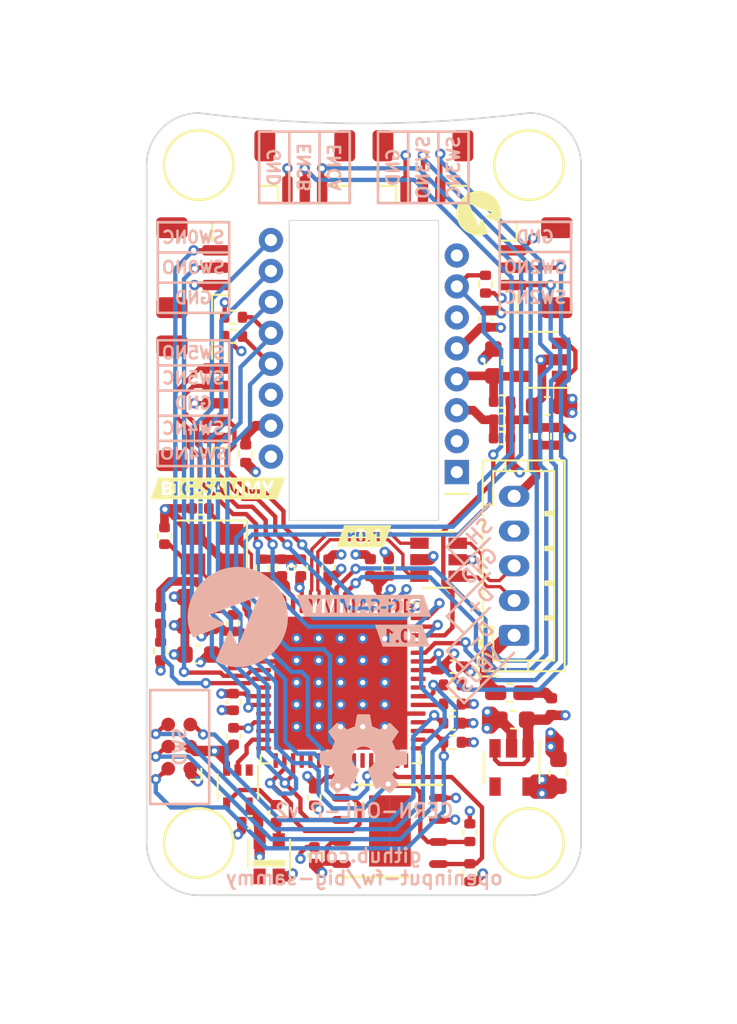
<source format=kicad_pcb>
(kicad_pcb (version 20210424) (generator pcbnew)
  (title_block (title "big-sammy") (date "2021-04-10") (rev "r0.1") (company "openinput                                   https://github.com/openinput-fw/big-big-sammy") (comment 2 "This source describes Open Hardware and is licensed under the CERN-OHL-Pv2") (comment 4 "Copyright (c) Rafael Silva"))
  (layers (0 "F.Cu" signal) (1 "In1.Cu" signal) (2 "In2.Cu" signal) (31 "B.Cu" signal) (34 "B.Paste" user) (35 "F.Paste" user) (36 "B.SilkS" user "B.Silkscreen") (37 "F.SilkS" user "F.Silkscreen") (38 "B.Mask" user) (39 "F.Mask" user) (44 "Edge.Cuts" user))
  (net 0 "")
  (net 1 "GND")
  (net 2 "+1V2")
  (net 3 "+3V3")
  (net 4 "+1V8")
  (net 5 "/USB_SH_")
  (net 6 "VDDPLL")
  (net 7 "+5V")
  (net 8 "VDDPLLUSB")
  (net 9 "/HF_XIN")
  (net 10 "/VBG")
  (net 11 "/HF_XOUT")
  (net 12 "Net-(C28-Pad1)")
  (net 13 "/LED_D__")
  (net 14 "/LED_D")
  (net 15 "/VBUS_")
  (net 16 "/VBUS_F_")
  (net 17 "/USB_DP_")
  (net 18 "/USB_DM_")
  (net 19 "/NRST")
  (net 20 "/SWO")
  (net 21 "/SWCLK")
  (net 22 "/SWDIO")
  (net 23 "/M_SW_NO")
  (net 24 "/M_SW_NC")
  (net 25 "/ENC_A")
  (net 26 "/ENC_B")
  (net 27 "/S2_SW_NO")
  (net 28 "/S2_SW_NC")
  (net 29 "/S1_SW_NC")
  (net 30 "/S1_SW_NO")
  (net 31 "/L_SW_NC")
  (net 32 "/L_SW_NO")
  (net 33 "/R_SW_NC")
  (net 34 "/R_SW_NO")
  (net 35 "/VDDPLLUSB_")
  (net 36 "Net-(R3-Pad2)")
  (net 37 "/~SNSR_CS")
  (net 38 "/~SNSR_RST")
  (net 39 "/LED_P")
  (net 40 "/~MEM_CS")
  (net 41 "/MEM_MISO")
  (net 45 "/LED_D_")
  (net 47 "/USB_D_P")
  (net 54 "/USB_D_N")
  (net 64 "/~SNSR_MOTION")
  (net 65 "/MEM_SCK")
  (net 66 "/MEM_MOSI")
  (footprint "Connector_JST:JST_SH_BM03B-SRSS-TB_1x03-1MP_P1.00mm_Vertical" (layer "F.Cu") (at 115.9 33.085)
    (fp_text reference "J7" hide)
    (fp_text value "MSW" hide)
  )
  (footprint "Capacitor_SMD:C_0402_1005Metric" (layer "F.Cu") (at 110.475 56.15 90)
    (fp_text reference "C15" hide)
    (fp_text value "100nF" hide)
  )
  (footprint "Connector_JST:JST_SH_BM03B-SRSS-TB_1x03-1MP_P1.00mm_Vertical" (layer "F.Cu") (at 102.65 38.9 90)
    (fp_text reference "J5" hide)
    (fp_text value "LSW" hide)
  )
  (footprint "Capacitor_SMD:C_0402_1005Metric" (layer "F.Cu") (at 105 63.88 -90)
    (fp_text reference "C9" hide)
    (fp_text value "100nF" hide)
  )
  (footprint "Resistor_SMD:R_0402_1005Metric" (layer "F.Cu") (at 105 41.75)
    (fp_text reference "R10" hide)
    (fp_text value "100k" hide)
  )
  (footprint "Connector_JST:JST_SH_BM05B-SRSS-TB_1x05-1MP_P1.00mm_Vertical" (layer "F.Cu") (at 102.65 46.7 90)
    (fp_text reference "J4" hide)
    (fp_text value "Side" hide)
  )
  (footprint "Capacitor_SMD:C_0603_1608Metric" (layer "F.Cu") (at 102.975 57.85 180)
    (fp_text reference "C20" hide)
    (fp_text value "4.7uF" hide)
  )
  (footprint "Connector_JST:JST_PH_B5B-PH-K_1x05_P2.00mm_Vertical" (layer "F.Cu") (at 121.15 60.05 90)
    (fp_text reference "J1" hide)
    (fp_text value "USB" hide)
  )
  (footprint "Package_DFN_QFN:DFN-S-8-1EP_6x5mm_P1.27mm" (layer "F.Cu") (at 114 71.3 180)
    (fp_text reference "U6" hide)
    (fp_text value "25LCxxx" hide)
  )
  (footprint "Resistor_SMD:R_0402_1005Metric" (layer "F.Cu") (at 119.5 39.85 -90)
    (fp_text reference "R9" hide)
    (fp_text value "100k" hide)
  )
  (footprint "Resistor_SMD:R_0402_1005Metric" (layer "F.Cu") (at 117.6 65.1)
    (fp_text reference "R7" hide)
    (fp_text value "100k" hide)
  )
  (footprint "Capacitor_SMD:C_0603_1608Metric" (layer "F.Cu") (at 102.975 59.5 180)
    (fp_text reference "C22" hide)
    (fp_text value "1uF" hide)
  )
  (footprint "Inductor_SMD:L_0402_1005Metric" (layer "F.Cu") (at 100.8 58.9 90)
    (fp_text reference "L1" hide)
    (fp_text value "10uH" hide)
  )
  (footprint "Capacitor_SMD:C_0603_1608Metric" (layer "F.Cu") (at 123.05 46.85 180)
    (fp_text reference "C17" hide)
    (fp_text value "1uF" hide)
  )
  (footprint "Resistor_SMD:R_0402_1005Metric" (layer "F.Cu") (at 118.6 73.7 -90)
    (fp_text reference "R12" hide)
    (fp_text value "100k" hide)
  )
  (footprint "mounting:MountingHole_1.6mm_M1.4" (layer "F.Cu") (at 122 72)
    (fp_text reference "REF**" hide)
    (fp_text value "MountingHole_1.6mm_M1.4" hide)
  )
  (footprint "Resistor_SMD:R_0402_1005Metric" (layer "F.Cu") (at 118.6 71.399999 -90)
    (fp_text reference "R13" hide)
    (fp_text value "100k" hide)
  )
  (footprint "Resistor_SMD:R_0402_1005Metric" (layer "F.Cu") (at 100.8 60.95 90)
    (fp_text reference "R2" hide)
    (fp_text value "2.2R" hide)
  )
  (footprint "Capacitor_SMD:C_0402_1005Metric" (layer "F.Cu") (at 109.65 69.35 -90)
    (fp_text reference "C12" hide)
    (fp_text value "100nF" hide)
  )
  (footprint "Capacitor_SMD:C_0402_1005Metric" (layer "F.Cu") (at 113.925 56.15 90)
    (fp_text reference "C11" hide)
    (fp_text value "100nF" hide)
  )
  (footprint "Inductor_SMD:L_0402_1005Metric" (layer "F.Cu") (at 123.3 64.15 -90)
    (fp_text reference "FB2" hide)
    (fp_text value "~" hide)
  )
  (footprint "Package_DFN_QFN:QFN-64-1EP_9x9mm_P0.5mm_EP7.65x7.65mm" (layer "F.Cu") (at 111.175 62.8)
    (fp_text reference "U4" hide)
    (fp_text value "ATSAMS70J19B-M" hide)
  )
  (footprint "Package_TO_SOT_SMD:SOT-353_SC-70-5" (layer "F.Cu") (at 105.25 68.75 -90)
    (fp_text reference "U7" hide)
    (fp_text value "74LVC1G17" hide)
  )
  (footprint "Connector_JST:JST_SH_BM03B-SRSS-TB_1x03-1MP_P1.00mm_Vertical" (layer "F.Cu") (at 109.1 33.085)
    (fp_text reference "J3" hide)
    (fp_text value "Enc" hide)
  )
  (footprint "Capacitor_SMD:C_0603_1608Metric" (layer "F.Cu") (at 102.975 61.15 180)
    (fp_text reference "C19" hide)
    (fp_text value "4.7uF" hide)
  )
  (footprint "Connector:Tag-Connect_TC2030-IDC-NL_2x03_P1.27mm_Vertical" (layer "F.Cu") (at 101.875 66.45 90)
    (fp_text reference "J2" hide)
    (fp_text value "SWD" hide)
  )
  (footprint "Capacitor_SMD:C_0402_1005Metric" (layer "F.Cu") (at 108.875 56.15 90)
    (fp_text reference "C14" hide)
    (fp_text value "100nF" hide)
  )
  (footprint "svg2mod" (layer "F.Cu") (at 104.1 51.6)
    (fp_text reference "svg2mod" hide)
    (fp_text value "G***" hide)
  )
  (footprint "Capacitor_SMD:C_0603_1608Metric" (layer "F.Cu") (at 121.1 64.9 180)
    (fp_text reference "C16" hide)
    (fp_text value "1uF" hide)
  )
  (footprint "Capacitor_SMD:C_0603_1608Metric" (layer "F.Cu") (at 119.95 44.35 90)
    (fp_text reference "C24" hide)
    (fp_text value "1uF" hide)
  )
  (footprint "Capacitor_SMD:C_0402_1005Metric" (layer "F.Cu") (at 120.45 47.65)
    (fp_text reference "C28" hide)
    (fp_text value "100nF" hide)
  )
  (footprint "Resistor_SMD:R_0402_1005Metric" (layer "F.Cu") (at 106.675 56.175 -90)
    (fp_text reference "R4" hide)
    (fp_text value "5.62k" hide)
  )
  (footprint "Capacitor_SMD:C_0402_1005Metric" (layer "F.Cu") (at 107.775 56.15 90)
    (fp_text reference "C26" hide)
    (fp_text value "10pF" hide)
  )
  (footprint "Capacitor_SMD:C_0402_1005Metric" (layer "F.Cu") (at 105.95 70.8 180)
    (fp_text reference "C1" hide)
    (fp_text value "100nF" hide)
  )
  (footprint "Capacitor_SMD:C_0402_1005Metric" (layer "F.Cu") (at 120.45 46.6)
    (fp_text reference "C7" hide)
    (fp_text value "100nF" hide)
  )
  (footprint "Resistor_SMD:R_0402_1005Metric" (layer "F.Cu") (at 117.6 66.2)
    (fp_text reference "R5" hide)
    (fp_text value "100k" hide)
  )
  (footprint "Package_TO_SOT_SMD:SOT-23-6" (layer "F.Cu") (at 116.8 55.7)
    (fp_text reference "U1" hide)
    (fp_text value "USBLC6-2SC6" hide)
  )
  (footprint "Capacitor_SMD:C_0402_1005Metric" (layer "F.Cu") (at 119.5 41.85 90)
    (fp_text reference "C3" hide)
    (fp_text value "100nF" hide)
  )
  (footprint "Fuse:Fuse_0603_1608Metric_Castellated" (layer "F.Cu") (at 120.9 63.35 180)
    (fp_text reference "F1" hide)
    (fp_text value "500mA" hide)
  )
  (footprint "Capacitor_SMD:C_0402_1005Metric" (layer "F.Cu") (at 103.1 52.75 180)
    (fp_text reference "C25" hide)
    (fp_text value "12pF" hide)
  )
  (footprint "Inductor_SMD:L_0402_1005Metric" (layer "F.Cu") (at 112.875 56.15 -90)
    (fp_text reference "FB1" hide)
    (fp_text value "470R" hide)
  )
  (footprint "mounting:MountingHole_1.6mm_M1.4" (layer "F.Cu") (at 103 33)
    (fp_text reference "REF**" hide)
    (fp_text value "MountingHole_1.6mm_M1.4" hide)
  )
  (footprint "Capacitor_SMD:C_0402_1005Metric" (layer "F.Cu") (at 117.6 61.85)
    (fp_text reference "C13" hide)
    (fp_text value "100nF" hide)
  )
  (footprint "Crystal:Crystal_SMD_3225-4Pin_3.2x2.5mm" (layer "F.Cu") (at 103.769999 55.093124 180)
    (fp_text reference "Y1" hide)
    (fp_text value "12MHz" hide)
  )
  (footprint "svg2mod" (layer "F.Cu") (at 112.5 54.35)
    (fp_text reference "svg2mod" hide)
    (fp_text value "G***" hide)
  )
  (footprint "Resistor_SMD:R_0402_1005Metric" (layer "F.Cu") (at 107.45 70.3 -90)
    (fp_text reference "R14" hide)
    (fp_text value "100" hide)
  )
  (footprint "Capacitor_SMD:C_0402_1005Metric" (layer "F.Cu") (at 109.65 72.7 90)
    (fp_text reference "C4" hide)
    (fp_text value "100nF" hide)
  )
  (footprint "Capacitor_SMD:C_0402_1005Metric" (layer "F.Cu") (at 104.975 61.3 -90)
    (fp_text reference "C18" hide)
    (fp_text value "100nF" hide)
  )
  (footprint "Capacitor_SMD:C_0402_1005Metric" (layer "F.Cu") (at 105 65.85 -90)
    (fp_text reference "C8" hide)
    (fp_text value "100nF" hide)
  )
  (footprint "Sensor_Tracking:PMW3360" (layer "F.Cu") (at 117.85 50.66 180)
    (fp_text reference "U5" hide)
    (fp_text value "PMW3360DM-T2QU" hide)
    (fp_line (start 1.05 -2.78) (end 9.65 -2.78) (layer "Edge.Cuts") (width 0.05))
    (fp_line (start 1.05 14.48) (end 9.65 14.48) (layer "Edge.Cuts") (width 0.05))
    (fp_line (start 9.65 -2.78) (end 9.65 14.48) (layer "Edge.Cuts") (width 0.05))
    (fp_line (start 1.05 14.48) (end 1.05 -2.78) (layer "Edge.Cuts") (width 0.05))
  )
  (footprint "Connector_JST:JST_SH_BM03B-SRSS-TB_1x03-1MP_P1.00mm_Vertical" (layer "F.Cu") (at 122.4 38.9 -90)
    (fp_text reference "J6" hide)
    (fp_text value "RSW" hide)
  )
  (footprint "Resistor_SMD:R_0402_1005Metric" (layer "F.Cu") (at 123.65 48.6 90)
    (fp_text reference "R1" hide)
    (fp_text value "100k" hide)
  )
  (footprint "Resistor_SMD:R_0402_1005Metric" (layer "F.Cu") (at 117.6 62.9)
    (fp_text reference "R6" hide)
    (fp_text value "100k" hide)
  )
  (footprint "Capacitor_SMD:C_0603_1608Metric" (layer "F.Cu") (at 123.7 67.95 90)
    (fp_text reference "C23" hide)
    (fp_text value "1uF" hide)
  )
  (footprint "Resistor_SMD:R_0402_1005Metric" (layer "F.Cu") (at 105 42.85 180)
    (fp_text reference "R8" hide)
    (fp_text value "100k" hide)
  )
  (footprint "Capacitor_SMD:C_0402_1005Metric" (layer "F.Cu") (at 101.025 54.325 90)
    (fp_text reference "C27" hide)
    (fp_text value "12pF" hide)
  )
  (footprint "Capacitor_SMD:C_0402_1005Metric" (layer "F.Cu") (at 104.975 59.35 90)
    (fp_text reference "C21" hide)
    (fp_text value "100nF" hide)
  )
  (footprint "Package_TO_SOT_SMD:SOT-23-5" (layer "F.Cu") (at 120.999999 67.65 -90)
    (fp_text reference "U2" hide)
    (fp_text value "MIC5504-3.3YM5" hide)
  )
  (footprint "led:ws2812-2020" (layer "F.Cu") (at 107.05 72.9 90)
    (fp_text reference "D1" hide)
    (fp_text value "~" hide)
  )
  (footprint "mounting:MountingHole_1.6mm_M1.4" (layer "F.Cu") (at 122 33)
    (fp_text reference "REF**" hide)
    (fp_text value "MountingHole_1.6mm_M1.4" hide)
  )
  (footprint "Resistor_SMD:R_0402_1005Metric" (layer "F.Cu") (at 105.7 49.6 -90)
    (fp_text reference "R11" hide)
    (fp_text value "2.2R" hide)
  )
  (footprint "Capacitor_SMD:C_0402_1005Metric" (layer "F.Cu") (at 122.400001 48.6 90)
    (fp_text reference "C10" hide)
    (fp_text value "100nF" hide)
  )
  (footprint "Capacitor_SMD:C_0402_1005Metric" (layer "F.Cu") (at 120.45 48.7)
    (fp_text reference "C29" hide)
    (fp_text value "4.7nF" hide)
  )
  (footprint "Resistor_SMD:R_0402_1005Metric" (layer "F.Cu") (at 117.6 64 180)
    (fp_text reference "R3" hide)
    (fp_text value "10k" hide)
  )
  (footprint "mounting:MountingHole_1.6mm_M1.4" (layer "F.Cu") (at 103 72)
    (fp_text reference "REF**" hide)
    (fp_text value "MountingHole_1.6mm_M1.4" hide)
  )
  (footprint "Package_TO_SOT_SMD:SOT-23-5" (layer "F.Cu") (at 122.75 44.2 180)
    (fp_text reference "U3" hide)
    (fp_text value "MIC5504-1.8YM5" hide)
  )
  (footprint "svg2mod" (layer "B.Cu") (at 112.5 58.35 180)
    (fp_text reference "svg2mod" hide)
    (fp_text value "G***" hide)
  )
  (footprint "svg2mod" (layer "B.Cu") (at 114.72 60.07 180)
    (fp_text reference "svg2mod" hide)
    (fp_text value "G***" hide)
  )
  (footprint "svg2mod" (layer "B.Cu") (at 102.675 49.575 180)
    (fp_text reference "svg2mod" hide)
    (fp_text value "G***" hide)
  )
  (gr_line (start 117.27859 62.956765) (end 119.743108 60.466459) (layer "B.SilkS") (width 0.15))
  (gr_poly (pts (xy 118.525 35.185) (xy 118.525 31.075) (xy 113.314999 31.075) (xy 113.315 35.185)) (layer "B.SilkS") (width 0.15) (fill none))
  (gr_line (start 104.75 36.2886) (end 100.64 36.2886) (layer "B.SilkS") (width 0.15))
  (gr_line (start 117.27859 56.956765) (end 118.275 57.95) (layer "B.SilkS") (width 0.15))
  (gr_line (start 116.788333 35.185) (end 116.788333 31.075) (layer "B.SilkS") (width 0.15))
  (gr_poly (pts (xy 124.425 36.265) (xy 120.315 36.265) (xy 120.315 41.475) (xy 124.425 41.475)) (layer "B.SilkS") (width 0.15) (fill none))
  (gr_rect (start 100.2 63.2) (end 103.6 69.75) (layer "B.SilkS") (width 0.15) (fill none))
  (gr_line (start 104.75 45.9682) (end 100.64 45.9682) (layer "B.SilkS") (width 0.15))
  (gr_line (start 124.425 39.738334) (end 120.315 39.738334) (layer "B.SilkS") (width 0.15))
  (gr_line (start 104.75 47.4148) (end 100.64 47.4148) (layer "B.SilkS") (width 0.15))
  (gr_line (start 117.27859 58.956765) (end 119.743108 56.466459) (layer "B.SilkS") (width 0.15))
  (gr_line (start 104.75 48.8614) (end 100.64 48.8614) (layer "B.SilkS") (width 0.15))
  (gr_line (start 104.75 39.761934) (end 100.64 39.761934) (layer "B.SilkS") (width 0.15))
  (gr_poly (pts (xy 104.354261 59.387667) (xy 103.740932 59.082933) (xy 103.543914 58.984445) (xy 103.321775 58.87122) (xy 106.626978 57.632929) (xy 106.10839 58.858749) (xy 105.658487 59.928695) (xy 105.257806 60.892374) (xy 105.186657 60.74498) (xy 105.123321 60.610694) (xy 105.012266 60.366458) (xy 104.908995 60.129697) (xy 104.79786 59.870444) (xy 104.078721 61.484423) (xy 104.153884 61.527997) (xy 104.23238 61.568257) (xy 104.398599 61.638643) (xy 104.575833 61.695196) (xy 104.762537 61.737527) (xy 104.957169 61.76525) (xy 105.158183 61.777978) (xy 105.364035 61.775325) (xy 105.573182 61.756902) (xy 105.78408 61.722323) (xy 105.995184 61.671202) (xy 106.204951 61.60315) (xy 106.30885 61.562655) (xy 106.411835 61.517782) (xy 106.513715 61.468483) (xy 106.614294 61.414709) (xy 106.713382 61.356413) (xy 106.810784 61.293546) (xy 106.906307 61.226059) (xy 106.999759 61.153905) (xy 107.090946 61.077034) (xy 107.179676 60.995399) (xy 107.280123 60.893897) (xy 107.374338 60.788614) (xy 107.46231 60.679792) (xy 107.544032 60.567674) (xy 107.619494 60.452501) (xy 107.688687 60.334516) (xy 107.751601 60.213961) (xy 107.808229 60.091077) (xy 107.858561 59.966108) (xy 107.902587 59.839294) (xy 107.940299 59.710879) (xy 107.971687 59.581104) (xy 107.996743 59.450212) (xy 108.015458 59.318445) (xy 108.027822 59.186044) (xy 108.033826 59.053252) (xy 108.033462 58.920311) (xy 108.02672 58.787464) (xy 108.013591 58.654951) (xy 107.994066 58.523017) (xy 107.968136 58.391901) (xy 107.935792 58.261847) (xy 107.897025 58.133098) (xy 107.851826 58.005894) (xy 107.800186 57.880478) (xy 107.742095 57.757092) (xy 107.677545 57.635979) (xy 107.606527 57.51738) (xy 107.529031 57.401537) (xy 107.445048 57.288694) (xy 107.35457 57.179091) (xy 107.257587 57.072971) (xy 107.155359 56.971813) (xy 107.049317 56.876938) (xy 106.939708 56.788351) (xy 106.826781 56.70606) (xy 106.710782 56.630069) (xy 106.591959 56.560384) (xy 106.470559 56.497011) (xy 106.34683 56.439956) (xy 106.221018 56.389224) (xy 106.093371 56.344821) (xy 105.964136 56.306754) (xy 105.833561 56.275027) (xy 105.701893 56.249647) (xy 105.569379 56.230619) (xy 105.436266 56.21795) (xy 105.302803 56.211644) (xy 105.169236 56.211708) (xy 105.035812 56.218147) (xy 104.902779 56.230968) (xy 104.770384 56.250175) (xy 104.638874 56.275775) (xy 104.508498 56.307774) (xy 104.379501 56.346177) (xy 104.252132 56.39099) (xy 104.126637 56.442218) (xy 104.003265 56.499869) (xy 103.882261 56.563946) (xy 103.763875 56.634457) (xy 103.648352 56.711407) (xy 103.535941 56.794801) (xy 103.426888 56.884646) (xy 103.321441 56.980947) (xy 103.235046 57.067587) (xy 103.153424 57.156705) (xy 103.076533 57.248118) (xy 103.004331 57.341641) (xy 102.936775 57.437091) (xy 102.873822 57.534284) (xy 102.81543 57.633036) (xy 102.761557 57.733163) (xy 102.667196 57.936808) (xy 102.590399 58.143747) (xy 102.530827 58.352509) (xy 102.488139 58.561624) (xy 102.461997 58.769621) (xy 102.452059 58.975028) (xy 102.457987 59.176376) (xy 102.47944 59.372192) (xy 102.516079 59.561006) (xy 102.567563 59.741348) (xy 102.633554 59.911745) (xy 102.71371 60.070728) (xy 104.354261 59.387667)) (layer "B.SilkS") (width 0.189776) (fill solid))
  (gr_line (start 115.051666 35.185) (end 115.051666 31.075) (layer "B.SilkS") (width 0.15))
  (gr_poly (pts (xy 111.685 35.185) (xy 111.685 31.075) (xy 106.475 31.075) (xy 106.475 35.185)) (layer "B.SilkS") (width 0.15) (fill none))
  (gr_poly (pts (xy 112.793552 64.625371) (xy 112.794964 64.625406) (xy 112.796371 64.625511) (xy 112.797772 64.625683) (xy 112.799164 64.625921) (xy 112.800545 64.626224) (xy 112.801913 64.626588) (xy 112.803266 64.627014) (xy 112.804602 64.627499) (xy 112.805919 64.62804) (xy 112.807214 64.628638) (xy 112.809732 64.629993) (xy 112.81214 64.631549) (xy 112.814419 64.633293) (xy 112.816555 64.635212) (xy 112.818528 64.63729) (xy 112.820324 64.639515) (xy 112.821149 64.640679) (xy 112.821924 64.641873) (xy 112.822645 64.643098) (xy 112.823312 64.64435) (xy 112.823921 64.645629) (xy 112.824471 64.646932) (xy 112.82496 64.648258) (xy 112.825385 64.649605) (xy 112.825744 64.650972) (xy 112.826036 64.652356) (xy 112.943238 65.282209) (xy 112.943893 65.285005) (xy 112.944793 65.287809) (xy 112.945922 65.290604) (xy 112.947265 65.293371) (xy 112.948806 65.296092) (xy 112.950528 65.298749) (xy 112.952418 65.301324) (xy 112.954458 65.303799) (xy 112.956634 65.306155) (xy 112.95893 65.308375) (xy 112.96133 65.310439) (xy 112.963819 65.312331) (xy 112.96638 65.314031) (xy 112.968999 65.315523) (xy 112.97166 65.316786) (xy 112.974347 65.317804) (xy 113.396492 65.490641) (xy 113.399121 65.491796) (xy 113.401908 65.49276) (xy 113.404829 65.493536) (xy 113.407859 65.494126) (xy 113.410974 65.49453) (xy 113.414149 65.494751) (xy 113.417359 65.494791) (xy 113.42058 65.49465) (xy 113.423788 65.494331) (xy 113.426958 65.493835) (xy 113.430065 65.493164) (xy 113.433085 65.49232) (xy 113.435994 65.491303) (xy 113.438767 65.490117) (xy 113.441379 65.488762) (xy 113.443807 65.487241) (xy 113.969986 65.126157) (xy 113.971175 65.125385) (xy 113.972399 65.124673) (xy 113.973656 65.124021) (xy 113.974942 65.123429) (xy 113.976256 65.122896) (xy 113.977594 65.122423) (xy 113.980332 65.121652) (xy 113.983135 65.121115) (xy 113.985982 65.12081) (xy 113.988851 65.120735) (xy 113.99172 65.120887) (xy 113.994568 65.121265) (xy 113.997373 65.121867) (xy 114.000114 65.12269) (xy 114.002768 65.123734) (xy 114.005315 65.124995) (xy 114.006541 65.125706) (xy 114.007732 65.126471) (xy 114.008886 65.12729) (xy 114.009999 65.128162) (xy 114.011068 65.129086) (xy 114.012092 65.130064) (xy 114.455218 65.573189) (xy 114.456192 65.574216) (xy 114.457114 65.575288) (xy 114.457983 65.576403) (xy 114.4588 65.577558) (xy 114.459563 65.57875) (xy 114.460273 65.579977) (xy 114.46093 65.581235) (xy 114.461532 65.582523) (xy 114.462081 65.583837) (xy 114.462575 65.585175) (xy 114.463398 65.587911) (xy 114.464001 65.590711) (xy 114.464381 65.593553) (xy 114.464535 65.596415) (xy 114.464462 65.599276) (xy 114.464159 65.602115) (xy 114.463921 65.603519) (xy 114.463624 65.60491) (xy 114.463269 65.606284) (xy 114.462856 65.607639) (xy 114.462383 65.608973) (xy 114.461851 65.610282) (xy 114.461259 65.611565) (xy 114.460608 65.612817) (xy 114.459896 65.614037) (xy 114.459125 65.615223) (xy 114.104262 66.132359) (xy 114.10275 66.134803) (xy 114.101408 66.137426) (xy 114.100238 66.140202) (xy 114.099242 66.143109) (xy 114.098421 66.146122) (xy 114.097776 66.149218) (xy 114.09731 66.152372) (xy 114.097023 66.155561) (xy 114.096917 66.15876) (xy 114.096994 66.161947) (xy 114.097254 66.165097) (xy 114.0977 66.168186) (xy 114.098333 66.17119) (xy 114.099155 66.174086) (xy 114.100166 66.17685) (xy 114.101369 66.179457) (xy 114.288096 66.614913) (xy 114.288594 66.616253) (xy 114.289155 66.617588) (xy 114.290459 66.620238) (xy 114.291988 66.622849) (xy 114.293726 66.625404) (xy 114.295653 66.627888) (xy 114.297751 66.630285) (xy 114.300002 66.632578) (xy 114.302388 66.634752) (xy 114.30489 66.636791) (xy 114.30749 66.638679) (xy 114.31017 66.640401) (xy 114.312911 66.64194) (xy 114.315696 66.64328) (xy 114.318505 66.644406) (xy 114.319913 66.644883) (xy 114.321321 66.645301) (xy 114.322726 66.645658) (xy 114.324125 66.645951) (xy 114.932997 66.759173) (xy 114.934385 66.759471) (xy 114.935754 66.759836) (xy 114.937104 66.760266) (xy 114.938432 66.760758) (xy 114.939737 66.76131) (xy 114.941017 66.761922) (xy 114.942271 66.762589) (xy 114.943496 66.763311) (xy 114.944691 66.764086) (xy 114.945855 66.764911) (xy 114.946985 66.765784) (xy 114.94808 66.766704) (xy 114.949138 66.767668) (xy 114.950157 66.768673) (xy 114.951137 66.76972) (xy 114.952074 66.770804) (xy 114.952968 66.771924) (xy 114.953817 66.773078) (xy 114.954618 66.774264) (xy 114.955371 66.77548) (xy 114.956073 66.776724) (xy 114.956723 66.777993) (xy 114.95732 66.779287) (xy 114.95786 66.780602) (xy 114.958344 66.781936) (xy 114.958769 66.783289) (xy 114.959133 66.784657) (xy 114.959434 66.786038) (xy 114.959672 66.787431) (xy 114.959843 66.788833) (xy 114.959948 66.790243) (xy 114.959983 66.791657) (xy 114.959983 67.418399) (xy 114.959948 67.419815) (xy 114.959843 67.421226) (xy 114.959671 67.422631) (xy 114.959433 67.424027) (xy 114.95913 67.425412) (xy 114.958765 67.426784) (xy 114.95834 67.428142) (xy 114.957855 67.429482) (xy 114.956716 67.432103) (xy 114.955361 67.434629) (xy 114.953805 67.437044) (xy 114.95206 67.439331) (xy 114.950142 67.441472) (xy 114.948063 67.443451) (xy 114.945838 67.445251) (xy 114.944675 67.446078) (xy 114.94348 67.446853) (xy 114.942256 67.447575) (xy 114.941004 67.448242) (xy 114.939725 67.448851) (xy 114.938422 67.4494) (xy 114.937096 67.449887) (xy 114.935748 67.45031) (xy 114.934382 67.450667) (xy 114.932997 67.450955) (xy 114.339028 67.561429) (xy 114.337633 67.561716) (xy 114.336234 67.562068) (xy 114.333432 67.562958) (xy 114.330642 67.564083) (xy 114.327881 67.565427) (xy 114.325168 67.566974) (xy 114.322522 67.568707) (xy 114.31996 67.57061) (xy 114.3175 67.572667) (xy 114.315162 67.57486) (xy 114.312963 67.577175) (xy 114.310922 67.579594) (xy 114.309057 67.582101) (xy 114.307387 67.58468) (xy 114.305928 67.587314) (xy 114.304701 67.589987) (xy 114.30418 67.591333) (xy 114.303723 67.592683) (xy 114.118298 68.055921) (xy 114.117151 68.058556) (xy 114.116194 68.061347) (xy 114.115426 68.064269) (xy 114.114846 68.067299) (xy 114.114451 68.070412) (xy 114.11424 68.073584) (xy 114.11421 68.076791) (xy 114.114361 68.080009) (xy 114.11469 68.083214) (xy 114.115196 68.08638) (xy 114.115877 68.089485) (xy 114.116731 68.092504) (xy 114.117756 68.095413) (xy 114.118951 68.098187) (xy 114.120314 68.100803) (xy 114.121843 68.103236) (xy 114.459197 68.594906) (xy 114.459966 68.596092) (xy 114.460674 68.597313) (xy 114.461323 68.598566) (xy 114.461913 68.59985) (xy 114.462443 68.601161) (xy 114.462914 68.602497) (xy 114.463681 68.605231) (xy 114.464215 68.608031) (xy 114.464518 68.610876) (xy 114.464592 68.613743) (xy 114.464439 68.616612) (xy 114.464061 68.619461) (xy 114.463461 68.622267) (xy 114.46264 68.62501) (xy 114.461599 68.627667) (xy 114.460342 68.630218) (xy 114.459633 68.631446) (xy 114.45887 68.63264) (xy 114.458055 68.633796) (xy 114.457186 68.634912) (xy 114.456264 68.635985) (xy 114.45529 68.637012) (xy 114.012092 69.080138) (xy 114.011068 69.081108) (xy 114.009999 69.082027) (xy 114.008886 69.082893) (xy 114.007732 69.083706) (xy 114.006541 69.084466) (xy 114.005315 69.085173) (xy 114.004056 69.085826) (xy 114.002768 69.086426) (xy 114.001453 69.086972) (xy 114.000114 69.087463) (xy 113.997373 69.088282) (xy 113.994568 69.088882) (xy 113.99172 69.089259) (xy 113.988851 69.089412) (xy 113.985982 69.089339) (xy 113.983135 69.089038) (xy 113.981727 69.088802) (xy 113.980332 69.088508) (xy 113.978953 69.088155) (xy 113.977594 69.087745) (xy 113.976256 69.087276) (xy 113.974942 69.086748) (xy 113.973656 69.086161) (xy 113.972399 69.085515) (xy 113.971175 69.08481) (xy 113.969986 69.084045) (xy 113.48707 68.75255) (xy 113.484642 68.751045) (xy 113.482041 68.749725) (xy 113.47929 68.748589) (xy 113.476413 68.74764) (xy 113.473435 68.746877) (xy 113.470379 68.746301) (xy 113.467268 68.745912) (xy 113.464128 68.745712) (xy 113.46098 68.745701) (xy 113.45785 68.745879) (xy 113.454762 68.746247) (xy 113.451738 68.746806) (xy 113.448803 68.747556) (xy 113.44598 68.748497) (xy 113.443294 68.749632) (xy 113.440768 68.750959) (xy 113.227779 68.864688) (xy 113.226508 68.865297) (xy 113.225227 68.865832) (xy 113.223937 68.866293) (xy 113.22264 68.866683) (xy 113.221339 68.867001) (xy 113.220035 68.867248) (xy 113.218732 68.867426) (xy 113.217432 68.867535) (xy 113.216136 68.867577) (xy 113.214846 68.867551) (xy 113.213566 68.867458) (xy 113.212298 68.867301) (xy 113.211043 68.867079) (xy 113.209803 68.866793) (xy 113.208582 68.866445) (xy 113.207381 68.866034) (xy 113.206203 68.865562) (xy 113.20505 68.865031) (xy 113.203923 68.864439) (xy 113.202826 68.86379) (xy 113.201761 68.863082) (xy 113.200729 68.862318) (xy 113.199733 68.861498) (xy 113.198776 68.860622) (xy 113.197859 68.859693) (xy 113.196984 68.85871) (xy 113.196155 68.857674) (xy 113.195373 68.856587) (xy 113.194641 68.855449) (xy 113.19396 68.854261) (xy 113.193333 68.853024) (xy 113.192763 68.851739) (xy 112.753544 67.790625) (xy 112.753033 67.789305) (xy 112.752589 67.787964) (xy 112.752213 67.786606) (xy 112.751902 67.785232) (xy 112.751656 67.783846) (xy 112.751475 67.78245) (xy 112.751301 67.779637) (xy 112.751374 67.776814) (xy 112.751687 67.774001) (xy 112.752233 67.771219) (xy 112.753004 67.768487) (xy 112.753995 67.765827) (xy 112.755198 67.763258) (xy 112.756607 67.760802) (xy 112.758215 67.758477) (xy 112.760014 67.756305) (xy 112.760983 67.755282) (xy 112.761998 67.754305) (xy 112.763057 67.753377) (xy 112.76416 67.752499) (xy 112.765306 67.751675) (xy 112.766494 67.750906) (xy 112.819741 67.718278) (xy 112.823589 67.715834) (xy 112.827692 67.713044) (xy 112.831975 67.709969) (xy 112.836362 67.70667) (xy 112.840779 67.703207) (xy 112.845151 67.699642) (xy 112.849401 67.696036) (xy 112.853455 67.69245) (xy 112.888736 67.668298) (xy 112.922409 67.642075) (xy 112.954383 67.613874) (xy 112.984564 67.583785) (xy 113.012861 67.5519) (xy 113.039181 67.51831) (xy 113.063432 67.483105) (xy 113.085522 67.446378) (xy 113.105359 67.408219) (xy 113.114404 67.388631) (xy 113.12285 67.36872) (xy 113.130687 67.348496) (xy 113.137904 67.327971) (xy 113.144487 67.307157) (xy 113.150427 67.286064) (xy 113.155711 67.264705) (xy 113.160328 67.243091) (xy 113.164266 67.221233) (xy 113.167514 67.199142) (xy 113.17006 67.17683) (xy 113.171893 67.154308) (xy 113.173002 67.131589) (xy 113.173374 67.108682) (xy 113.172472 67.073014) (xy 113.169794 67.037814) (xy 113.165386 67.003126) (xy 113.159289 66.968993) (xy 113.151548 66.935459) (xy 113.142206 66.902567) (xy 113.131306 66.87036) (xy 113.118894 66.838884) (xy 113.105011 66.80818) (xy 113.089701 66.778292) (xy 113.073009 66.749265) (xy 113.054978 66.721141) (xy 113.03565 66.693965) (xy 113.015071 66.667779) (xy 112.993283 66.642628) (xy 112.97033 66.618555) (xy 112.946256 66.595603) (xy 112.921104 66.573816) (xy 112.894918 66.553238) (xy 112.867741 66.533911) (xy 112.839617 66.515881) (xy 112.81059 66.49919) (xy 112.780703 66.483882) (xy 112.75 66.47) (xy 112.718524 66.457588) (xy 112.686318 66.44669) (xy 112.653428 66.437349) (xy 112.619895 66.429609) (xy 112.585764 66.423512) (xy 112.551078 66.419104) (xy 112.515882 66.416427) (xy 112.480217 66.415525) (xy 112.444553 66.416427) (xy 112.409357 66.419104) (xy 112.374674 66.423512) (xy 112.340545 66.429609) (xy 112.307016 66.437349) (xy 112.274129 66.44669) (xy 112.241928 66.457588) (xy 112.210457 66.47) (xy 112.179759 66.483882) (xy 112.149877 66.49919) (xy 112.120856 66.515881) (xy 112.092739 66.533911) (xy 112.065568 66.553238) (xy 112.039389 66.573816) (xy 112.014243 66.595603) (xy 111.990176 66.618555) (xy 111.96723 66.642628) (xy 111.945449 66.667779) (xy 111.924876 66.693965) (xy 111.905555 66.721141) (xy 111.88753 66.749265) (xy 111.870844 66.778292) (xy 111.85554 66.80818) (xy 111.841662 66.838884) (xy 111.829255 66.87036) (xy 111.81836 66.902567) (xy 111.809022 66.935459) (xy 111.801284 66.968993) (xy 111.79519 67.003126) (xy 111.790783 67.037814) (xy 111.788107 67.073014) (xy 111.787205 67.108682) (xy 111.788684 67.154308) (xy 111.79306 67.199142) (xy 111.800241 67.243091) (xy 111.810135 67.286064) (xy 111.822651 67.327971) (xy 111.837696 67.36872) (xy 111.855178 67.408219) (xy 111.875006 67.446378) (xy 111.897088 67.483105) (xy 111.921332 67.51831) (xy 111.947646 67.5519) (xy 111.975938 67.583785) (xy 112.006117 67.613874) (xy 112.03809 67.642075) (xy 112.071765 67.668298) (xy 112.107051 67.69245) (xy 112.111083 67.696036) (xy 112.115319 67.699642) (xy 112.119681 67.703207) (xy 112.124094 67.70667) (xy 112.128479 67.709969) (xy 112.132758 67.713044) (xy 112.136855 67.715834) (xy 112.140692 67.718278) (xy 112.194012 67.750906) (xy 112.195193 67.751675) (xy 112.196332 67.752499) (xy 112.197429 67.753377) (xy 112.198482 67.754305) (xy 112.199491 67.755282) (xy 112.200455 67.756305) (xy 112.201373 67.75737) (xy 112.202244 67.758477) (xy 112.203067 67.759621) (xy 112.203842 67.760802) (xy 112.204568 67.762015) (xy 112.205243 67.763258) (xy 112.205867 67.76453) (xy 112.206439 67.765827) (xy 112.206959 67.767147) (xy 112.207424 67.768487) (xy 112.207836 67.769845) (xy 112.208192 67.771219) (xy 112.208492 67.772605) (xy 112.208734 67.774001) (xy 112.208919 67.775405) (xy 112.209045 67.776814) (xy 112.209112 67.778225) (xy 112.209118 67.779637) (xy 112.209063 67.781046) (xy 112.208946 67.78245) (xy 112.208766 67.783846) (xy 112.208522 67.785232) (xy 112.208213 67.786606) (xy 112.207839 67.787964) (xy 112.207398 67.789305) (xy 112.20689 67.790625) (xy 111.767744 68.851811) (xy 111.767173 68.853096) (xy 111.766547 68.854332) (xy 111.765866 68.855518) (xy 111.765134 68.856655) (xy 111.764353 68.857739) (xy 111.763525 68.858772) (xy 111.762652 68.859752) (xy 111.761736 68.860678) (xy 111.76078 68.86155) (xy 111.759785 68.862366) (xy 111.758754 68.863126) (xy 111.75769 68.863829) (xy 111.756594 68.864475) (xy 111.755469 68.865061) (xy 111.754316 68.865589) (xy 111.753139 68.866056) (xy 111.751939 68.866463) (xy 111.750718 68.866807) (xy 111.74948 68.867089) (xy 111.748225 68.867308) (xy 111.746957 68.867462) (xy 111.745676 68.867551) (xy 111.744387 68.867574) (xy 111.74309 68.867531) (xy 111.741789 68.86742) (xy 111.740485 68.867241) (xy 111.73918 68.866993) (xy 111.737877 68.866675) (xy 111.736578 68.866287) (xy 111.735286 68.865827) (xy 111.734002 68.865294) (xy 111.732728 68.864688) (xy 111.519738 68.750959) (xy 111.517206 68.749631) (xy 111.514515 68.748496) (xy 111.51169 68.747553) (xy 111.508753 68.746801) (xy 111.505728 68.74624) (xy 111.50264 68.745869) (xy 111.499511 68.745689) (xy 111.496365 68.745698) (xy 111.493226 68.745897) (xy 111.490118 68.746284) (xy 111.487064 68.74686) (xy 111.484088 68.747624) (xy 111.481214 68.748575) (xy 111.478464 68.749714) (xy 111.475864 68.751039) (xy 111.473436 68.75255) (xy 110.990447 69.084045) (xy 110.989262 69.08481) (xy 110.988041 69.085515) (xy 110.986787 69.086161) (xy 110.985504 69.086748) (xy 110.984193 69.087276) (xy 110.982858 69.087745) (xy 110.980124 69.088508) (xy 110.977325 69.089038) (xy 110.974481 69.089339) (xy 110.971616 69.089412) (xy 110.96875 69.089259) (xy 110.965905 69.088882) (xy 110.963104 69.088282) (xy 110.960367 69.087463) (xy 110.957716 69.086426) (xy 110.955174 69.085173) (xy 110.95395 69.084466) (xy 110.952762 69.083706) (xy 110.951611 69.082893) (xy 110.950501 69.082027) (xy 110.949434 69.081108) (xy 110.948414 69.080138) (xy 110.505144 68.637012) (xy 110.504166 68.635985) (xy 110.503242 68.634912) (xy 110.502372 68.633796) (xy 110.501554 68.63264) (xy 110.500791 68.631446) (xy 110.500081 68.630218) (xy 110.499426 68.628957) (xy 110.498825 68.627667) (xy 110.498279 68.626351) (xy 110.497787 68.62501) (xy 110.49697 68.622267) (xy 110.496375 68.619461) (xy 110.496003 68.616612) (xy 110.495858 68.613743) (xy 110.49594 68.610876) (xy 110.496251 68.608031) (xy 110.496493 68.606624) (xy 110.496793 68.605231) (xy 110.497152 68.603854) (xy 110.497569 68.602497) (xy 110.498044 68.601161) (xy 110.498579 68.59985) (xy 110.499172 68.598566) (xy 110.499825 68.597313) (xy 110.500537 68.596092) (xy 110.50131 68.594906) (xy 110.838736 68.103236) (xy 110.840252 68.100803) (xy 110.841603 68.098187) (xy 110.842788 68.095413) (xy 110.843805 68.092504) (xy 110.844652 68.089485) (xy 110.845327 68.08638) (xy 110.845828 68.083214) (xy 110.846153 68.080009) (xy 110.846301 68.076791) (xy 110.84627 68.073584) (xy 110.846057 68.070412) (xy 110.845661 68.067299) (xy 110.84508 68.064269) (xy 110.844312 68.061347) (xy 110.843356 68.058556) (xy 110.842208 68.055921) (xy 110.656783 67.592756) (xy 110.656323 67.591406) (xy 110.6558 67.59006) (xy 110.654572 67.587386) (xy 110.653116 67.584752) (xy 110.65145 67.582173) (xy 110.649592 67.579666) (xy 110.647559 67.577247) (xy 110.64537 67.574933) (xy 110.643042 67.572739) (xy 110.640593 67.570683) (xy 110.638041 67.56878) (xy 110.635403 67.567046) (xy 110.632697 67.5655) (xy 110.629941 67.564155) (xy 110.627153 67.56303) (xy 110.625752 67.562555) (xy 110.62435 67.56214) (xy 110.622949 67.561788) (xy 110.62155 67.561502) (xy 110.027581 67.450955) (xy 110.0262 67.450667) (xy 110.024836 67.450311) (xy 110.02349 67.449889) (xy 110.022165 67.449403) (xy 110.020861 67.448856) (xy 110.019582 67.448249) (xy 110.018329 67.447584) (xy 110.017103 67.446864) (xy 110.015906 67.446091) (xy 110.01474 67.445267) (xy 110.013607 67.444394) (xy 110.012509 67.443474) (xy 110.011447 67.442509) (xy 110.010423 67.441502) (xy 110.009438 67.440454) (xy 110.008496 67.439367) (xy 110.007597 67.438244) (xy 110.006743 67.437087) (xy 110.005936 67.435898) (xy 110.005178 67.434678) (xy 110.00447 67.433431) (xy 110.003815 67.432158) (xy 110.003213 67.430861) (xy 110.002667 67.429543) (xy 110.002179 67.428205) (xy 110.001751 67.42685) (xy 110.001383 67.425479) (xy 110.001078 67.424096) (xy 110.000838 67.422701) (xy 110.000664 67.421297) (xy 110.000559 67.419887) (xy 110.000523 67.418472) (xy 110.000451 66.79173) (xy 110.000483 66.790311) (xy 110.000584 66.788898) (xy 110.000754 66.787493) (xy 110.000989 66.786096) (xy 110.001289 66.784712) (xy 110.001651 66.783341) (xy 110.002075 66.781985) (xy 110.002557 66.780647) (xy 110.003097 66.779329) (xy 110.003692 66.778032) (xy 110.005043 66.775513) (xy 110.006596 66.773105) (xy 110.008337 66.770826) (xy 110.010252 66.768691) (xy 110.012328 66.766717) (xy 110.014549 66.76492) (xy 110.016903 66.763317) (xy 110.018125 66.762594) (xy 110.019375 66.761925) (xy 110.020651 66.761313) (xy 110.021952 66.760759) (xy 110.023275 66.760266) (xy 110.02462 66.759837) (xy 110.025983 66.759471) (xy 110.027364 66.759173) (xy 110.636309 66.645951) (xy 110.639101 66.645301) (xy 110.641909 66.644406) (xy 110.644714 66.64328) (xy 110.647498 66.64194) (xy 110.650241 66.640401) (xy 110.652925 66.638679) (xy 110.655531 66.636791) (xy 110.658041 66.634752) (xy 110.660436 66.632578) (xy 110.662697 66.630285) (xy 110.664805 66.627888) (xy 110.666743 66.625404) (xy 110.668491 66.622849) (xy 110.670031 66.620238) (xy 110.671343 66.617588) (xy 110.67241 66.614913) (xy 110.859065 66.179457) (xy 110.860274 66.17685) (xy 110.86129 66.174086) (xy 110.862114 66.17119) (xy 110.862748 66.168186) (xy 110.863194 66.165097) (xy 110.863453 66.161947) (xy 110.863527 66.15876) (xy 110.863416 66.155561) (xy 110.863124 66.152372) (xy 110.862651 66.149218) (xy 110.861998 66.146122) (xy 110.861168 66.143109) (xy 110.860161 66.140202) (xy 110.85898 66.137426) (xy 110.857625 66.134803) (xy 110.856099 66.132359) (xy 110.50131 65.615223) (xy 110.500544 65.614037) (xy 110.499837 65.612817) (xy 110.499189 65.611565) (xy 110.4986 65.610282) (xy 110.498069 65.608973) (xy 110.497596 65.607639) (xy 110.496824 65.60491) (xy 110.496284 65.602115) (xy 110.495972 65.599276) (xy 110.495888 65.596415) (xy 110.496031 65.593553) (xy 110.496399 65.590711) (xy 110.496989 65.587911) (xy 110.497802 65.585175) (xy 110.498835 65.582523) (xy 110.500088 65.579977) (xy 110.500795 65.57875) (xy 110.501557 65.577558) (xy 110.502373 65.576403) (xy 110.503243 65.575288) (xy 110.504167 65.574216) (xy 110.505144 65.573189) (xy 110.948342 65.130064) (xy 110.949369 65.129086) (xy 110.950441 65.128162) (xy 110.951556 65.12729) (xy 110.952711 65.126471) (xy 110.953903 65.125706) (xy 110.955129 65.124995) (xy 110.956388 65.124337) (xy 110.957675 65.123734) (xy 110.958989 65.123185) (xy 110.960327 65.12269) (xy 110.963064 65.121867) (xy 110.965864 65.121265) (xy 110.968705 65.120887) (xy 110.971567 65.120735) (xy 110.974428 65.12081) (xy 110.977267 65.121115) (xy 110.978671 65.121354) (xy 110.980062 65.121652) (xy 110.981436 65.122008) (xy 110.982791 65.122423) (xy 110.984125 65.122896) (xy 110.985434 65.123429) (xy 110.986717 65.124021) (xy 110.987969 65.124673) (xy 110.98919 65.125385) (xy 110.990375 65.126157) (xy 111.516555 65.487241) (xy 111.518989 65.488762) (xy 111.521607 65.490117) (xy 111.524384 65.491303) (xy 111.527297 65.49232) (xy 111.530321 65.493164) (xy 111.53343 65.493835) (xy 111.536601 65.494331) (xy 111.539809 65.49465) (xy 111.54303 65.494791) (xy 111.546239 65.494751) (xy 111.549412 65.49453) (xy 111.552523 65.494126) (xy 111.555549 65.493536) (xy 111.558465 65.49276) (xy 111.561247 65.491796) (xy 111.56387 65.490641) (xy 111.986015 65.317804) (xy 111.987357 65.317327) (xy 111.988695 65.316786) (xy 111.990028 65.316184) (xy 111.991352 65.315523) (xy 111.993968 65.314031) (xy 111.996527 65.312331) (xy 111.999015 65.310439) (xy 112.001415 65.308375) (xy 112.003712 65.306155) (xy 112.005889 65.303799) (xy 112.007932 65.301324) (xy 112.009823 65.298749) (xy 112.011548 65.296092) (xy 112.013091 65.293371) (xy 112.014436 65.290604) (xy 112.015567 65.287809) (xy 112.016468 65.285005) (xy 112.016828 65.283605) (xy 112.017124 65.282209) (xy 112.134326 64.652356) (xy 112.134617 64.650972) (xy 112.134976 64.649605) (xy 112.135401 64.648258) (xy 112.135889 64.646932) (xy 112.136438 64.645629) (xy 112.137047 64.64435) (xy 112.137712 64.643098) (xy 112.138433 64.641873) (xy 112.139206 64.640679) (xy 112.140031 64.639515) (xy 112.140904 64.638385) (xy 112.141824 64.63729) (xy 112.142788 64.636232) (xy 112.143795 64.635212) (xy 112.144843 64.634232) (xy 112.145928 64.633293) (xy 112.14705 64.632399) (xy 112.148206 64.631549) (xy 112.149395 64.630747) (xy 112.150613 64.629993) (xy 112.151859 64.629289) (xy 112.153131 64.628638) (xy 112.154426 64.62804) (xy 112.155744 64.627499) (xy 112.15708 64.627014) (xy 112.158435 64.626588) (xy 112.159804 64.626224) (xy 112.161187 64.625921) (xy 112.162581 64.625683) (xy 112.163984 64.625511) (xy 112.165395 64.625406) (xy 112.16681 64.625371) (xy 112.793552 64.625371)) (layer "B.SilkS") (width 0.069999) (fill solid))
  (gr_line (start 117.27859 56.956765) (end 119.743108 54.466459) (layer "B.SilkS") (width 0.15))
  (gr_line (start 117.27859 54.956765) (end 119.743108 52.466459) (layer "B.SilkS") (width 0.15))
  (gr_line (start 117.27859 62.956765) (end 118.275 63.95) (layer "B.SilkS") (width 0.15))
  (gr_line (start 109.948333 35.185) (end 109.948333 31.075) (layer "B.SilkS") (width 0.15))
  (gr_line (start 117.27859 60.956765) (end 118.275 61.95) (layer "B.SilkS") (width 0.15))
  (gr_line (start 117.27859 60.956765) (end 119.743108 58.466459) (layer "B.SilkS") (width 0.15))
  (gr_line (start 118.525 35.185) (end 118.525 31.075) (layer "B.SilkS") (width 0.15))
  (gr_line (start 117.27859 54.956765) (end 118.275 55.95) (layer "B.SilkS") (width 0.15))
  (gr_line (start 104.75 38.025267) (end 100.64 38.025267) (layer "B.SilkS") (width 0.15))
  (gr_line (start 111.685 35.185) (end 111.685 31.075) (layer "B.SilkS") (width 0.15))
  (gr_line (start 117.27859 58.956765) (end 118.275 59.95) (layer "B.SilkS") (width 0.15))
  (gr_line (start 124.425 38.001667) (end 120.315 38.001667) (layer "B.SilkS") (width 0.15))
  (gr_line (start 121.15 61.05) (end 118.275 63.95) (layer "B.SilkS") (width 0.15))
  (gr_line (start 124.425 36.265) (end 120.315 36.265) (layer "B.SilkS") (width 0.15))
  (gr_line (start 108.211666 35.185) (end 108.211666 31.075) (layer "B.SilkS") (width 0.15))
  (gr_rect (start 104.75 43.075) (end 100.64 50.31) (layer "B.SilkS") (width 0.15) (fill none))
  (gr_line (start 104.75 44.5216) (end 100.64 44.5216) (layer "B.SilkS") (width 0.15))
  (gr_rect (start 104.75 36.2886) (end 100.64 41.4986) (layer "B.SilkS") (width 0.15) (fill none))
  (gr_circle (center 122 72) (end 124 72) (layer "F.SilkS") (width 0.15) (fill none))
  (gr_circle (center 103 33) (end 105 33) (layer "F.SilkS") (width 0.15) (fill none))
  (gr_poly (pts (xy 119.505239 35.94458) (xy 119.779047 35.808538) (xy 119.867001 35.76457) (xy 119.96617 35.714023) (xy 118.490633 35.161215) (xy 118.722146 35.708456) (xy 118.922995 36.18611) (xy 119.101871 36.616324) (xy 119.133634 36.550523) (xy 119.161909 36.490574) (xy 119.211487 36.38154) (xy 119.25759 36.275843) (xy 119.307204 36.160105) (xy 119.628248 36.880632) (xy 119.594693 36.900084) (xy 119.55965 36.918057) (xy 119.485445 36.94948) (xy 119.406323 36.974726) (xy 119.322973 36.993624) (xy 119.236084 37.006001) (xy 119.146345 37.011683) (xy 119.054447 37.010498) (xy 118.961078 37.002274) (xy 118.866927 36.986837) (xy 118.772684 36.964015) (xy 118.679038 36.933634) (xy 118.632655 36.915556) (xy 118.586679 36.895524) (xy 118.541197 36.873515) (xy 118.496295 36.849509) (xy 118.45206 36.823484) (xy 118.408577 36.795418) (xy 118.365933 36.76529) (xy 118.324213 36.733079) (xy 118.283504 36.698761) (xy 118.243893 36.662317) (xy 118.19905 36.617004) (xy 118.15699 36.570002) (xy 118.117717 36.521421) (xy 118.081234 36.471368) (xy 118.047546 36.419952) (xy 118.016656 36.36728) (xy 117.988569 36.313461) (xy 117.963289 36.258602) (xy 117.94082 36.202812) (xy 117.921165 36.146199) (xy 117.904329 36.088871) (xy 117.890317 36.030936) (xy 117.879131 35.972502) (xy 117.870776 35.913677) (xy 117.865256 35.854569) (xy 117.862576 35.795287) (xy 117.862739 35.735939) (xy 117.865748 35.676632) (xy 117.87161 35.617474) (xy 117.880326 35.558575) (xy 117.891902 35.500041) (xy 117.906341 35.441982) (xy 117.923648 35.384504) (xy 117.943826 35.327716) (xy 117.96688 35.271727) (xy 117.992813 35.216644) (xy 118.02163 35.162576) (xy 118.053335 35.10963) (xy 118.087931 35.057914) (xy 118.125423 35.007538) (xy 118.165815 34.958608) (xy 118.209111 34.911233) (xy 118.254749 34.866073) (xy 118.302089 34.823718) (xy 118.351021 34.784171) (xy 118.401435 34.747434) (xy 118.453221 34.713509) (xy 118.506267 34.6824) (xy 118.560463 34.654108) (xy 118.615699 34.628637) (xy 118.671865 34.605989) (xy 118.728851 34.586166) (xy 118.786545 34.569172) (xy 118.844837 34.555008) (xy 118.903618 34.543678) (xy 118.962776 34.535183) (xy 119.022201 34.529527) (xy 119.081783 34.526712) (xy 119.141411 34.526741) (xy 119.200975 34.529615) (xy 119.260365 34.535339) (xy 119.31947 34.543913) (xy 119.378179 34.555342) (xy 119.436383 34.569627) (xy 119.493971 34.586771) (xy 119.550832 34.606777) (xy 119.606857 34.629647) (xy 119.661934 34.655384) (xy 119.715953 34.68399) (xy 119.768804 34.715468) (xy 119.820377 34.749821) (xy 119.870561 34.78705) (xy 119.919245 34.827159) (xy 119.966319 34.870151) (xy 120.004889 34.908829) (xy 120.041327 34.948614) (xy 120.075653 34.989424) (xy 120.107886 35.031175) (xy 120.138045 35.073787) (xy 120.166149 35.117176) (xy 120.192217 35.161262) (xy 120.216268 35.205962) (xy 120.258393 35.296875) (xy 120.292677 35.389258) (xy 120.319272 35.482456) (xy 120.338329 35.575811) (xy 120.35 35.668666) (xy 120.354436 35.760366) (xy 120.35179 35.850253) (xy 120.342213 35.937671) (xy 120.325856 36.021963) (xy 120.302872 36.102473) (xy 120.273412 36.178543) (xy 120.237628 36.249518) (xy 119.505239 35.94458)) (layer "F.SilkS") (width 0.084721) (fill solid))
  (gr_circle (center 103 72) (end 105 72) (layer "F.SilkS") (width 0.15) (fill none))
  (gr_circle (center 122 33) (end 124 33) (layer "F.SilkS") (width 0.15) (fill none))
  (gr_arc (start 112.5 -45) (end 103 30) (angle -14.43804165) (layer "Edge.Cuts") (width 0.1))
  (gr_line (start 125 33) (end 125 72) (layer "Edge.Cuts") (width 0.1))
  (gr_line (start 100 72) (end 100 33) (layer "Edge.Cuts") (width 0.1))
  (gr_line (start 122 75) (end 103 75) (layer "Edge.Cuts") (width 0.1))
  (gr_arc (start 103 33) (end 100 33) (angle 90) (layer "Edge.Cuts") (width 0.1))
  (gr_arc (start 122 72) (end 125 72) (angle 90) (layer "Edge.Cuts") (width 0.1))
  (gr_arc (start 103 72) (end 100 72) (angle -90) (layer "Edge.Cuts") (width 0.1))
  (gr_arc (start 122 33) (end 125 33) (angle -90) (layer "Edge.Cuts") (width 0.1))
  (gr_text "SW5NO" (at 102.685 43.8) (layer "B.SilkS") (effects (font (size 0.7 0.7)) (justify mirror)))
  (gr_text "VBUS" (at 119.15 62.075 45) (layer "B.SilkS") (effects (font (size 0.8 0.8)) (justify mirror)))
  (gr_text "GND" (at 119.15 56.075 45) (layer "B.SilkS") (effects (font (size 0.8 0.8)) (justify mirror)))
  (gr_text "SW2NO" (at 122.365 38.870499) (layer "B.SilkS") (effects (font (size 0.7 0.7)) (justify mirror)))
  (gr_text "D-" (at 119.15 60.075 45) (layer "B.SilkS") (effects (font (size 0.8 0.8)) (justify mirror)))
  (gr_text "ENCA" (at 110.8165 33.125 90) (layer "B.SilkS") (effects (font (size 0.7 0.7)) (justify mirror)))
  (gr_text "SW3NO" (at 115.919501 33.125 90) (layer "B.SilkS") (effects (font (size 0.7 0.7)) (justify mirror)))
  (gr_text "ENCB" (at 109.079501 33.125 90) (layer "B.SilkS") (effects (font (size 0.7 0.7)) (justify mirror)))
  (gr_text "SW0NO" (at 102.69 38.8941) (layer "B.SilkS") (effects (font (size 0.7 0.7)) (justify mirror)))
  (gr_text "CERN-OHL-P v2\n\ngithub.com\nopeninput-fw/big-sammy" (at 112.525 72.075) (layer "B.SilkS") (effects (font (size 0.8 0.8)) (justify mirror)))
  (gr_text "SW2NC" (at 122.365 40.6075) (layer "B.SilkS") (effects (font (size 0.7 0.7)) (justify mirror)))
  (gr_text "SH" (at 119.15 54.075 45) (layer "B.SilkS") (effects (font (size 0.8 0.8)) (justify mirror)))
  (gr_text "GND" (at 102.69 40.6311) (layer "B.SilkS") (effects (font (size 0.7 0.7)) (justify mirror)))
  (gr_text "GND" (at 122.365 37.1335) (layer "B.SilkS") (effects (font (size 0.7 0.7)) (justify mirror)))
  (gr_text "SWD" (at 101.9 66.45 90) (layer "B.SilkS") (effects (font (size 0.7 0.7)) (justify mirror)))
  (gr_text "SW0NC" (at 102.69 37.1571) (layer "B.SilkS") (effects (font (size 0.7 0.7)) (justify mirror)))
  (gr_text "GND" (at 107.3425 33.125 90) (layer "B.SilkS") (effects (font (size 0.7 0.7)) (justify mirror)))
  (gr_text "GND" (at 114.1825 33.125 90) (layer "B.SilkS") (effects (font (size 0.7 0.7)) (justify mirror)))
  (gr_text "GND\n" (at 102.685 46.6932) (layer "B.SilkS") (effects (font (size 0.7 0.7)) (justify mirror)))
  (gr_text "SW4NC" (at 102.685 48.1398) (layer "B.SilkS") (effects (font (size 0.7 0.7)) (justify mirror)))
  (gr_text "SW5NC" (at 102.685 45.2466) (layer "B.SilkS") (effects (font (size 0.7 0.7)) (justify mirror)))
  (gr_text "D+" (at 119.15 58.075 45) (layer "B.SilkS") (effects (font (size 0.8 0.8)) (justify mirror)))
  (gr_text "SW3NC" (at 117.6565 33.125 90) (layer "B.SilkS") (effects (font (size 0.7 0.7)) (justify mirror)))
  (segment (start 114.3 64.55) (end 114.2 64.65) (width 0.25) (layer "F.Cu") (net 1))
  (segment (start 109.87 70.05) (end 109.65 69.83) (width 0.25) (layer "F.Cu") (net 1))
  (segment (start 119.95 43.575) (end 119.35 44.175) (width 0.6) (layer "F.Cu") (net 1))
  (segment (start 101.05 52.8) (end 101.1 52.75) (width 0.5) (layer "F.Cu") (net 1))
  (segment (start 115.625 60.55) (end 114.9 60.55) (width 0.25) (layer "F.Cu") (net 1))
  (segment (start 114.9 60.55) (end 114.2 59.85) (width 0.25) (layer "F.Cu") (net 1))
  (segment (start 104.869999 55.943124) (end 104.618124 55.943124) (width 0.5) (layer "F.Cu") (net 1))
  (segment (start 102.175 59.475) (end 102.2 59.5) (width 0.6) (layer "F.Cu") (net 1))
  (segment (start 123.65 48.09) (end 123.89 48.09) (width 0.5) (layer "F.Cu") (net 1))
  (segment (start 116.3 55.7) (end 116.5 55.5) (width 0.6) (layer "F.Cu") (net 1))
  (segment (start 102.175 57.825) (end 102.2 57.85) (width 0.6) (layer "F.Cu") (net 1))
  (segment (start 110.745 55.4) (end 111.2 55.4) (width 0.5) (layer "F.Cu") (net 1))
  (segment (start 120.93 48.7) (end 120.93 50.13) (width 0.5) (layer "F.Cu") (net 1))
  (segment (start 108.33 55.67) (end 108.875 55.67) (width 0.5) (layer "F.Cu") (net 1))
  (segment (start 104.325 64.35) (end 104.99 64.35) (width 0.5) (layer "F.Cu") (net 1))
  (segment (start 102.2 58.55) (end 102.2 59.5) (width 0.5) (layer "F.Cu") (net 1))
  (segment (start 120.999999 66.55) (end 120.999999 65.574999) (width 0.6) (layer "F.Cu") (net 1))
  (segment (start 120.999999 65.574999) (end 120.325 64.9) (width 0.6) (layer "F.Cu") (net 1))
  (segment (start 109.205 72.22) (end 109.65 72.22) (width 0.25) (layer "F.Cu") (net 1))
  (segment (start 104.975 58.87) (end 104.62 58.87) (width 0.25) (layer "F.Cu") (net 1))
  (segment (start 119.575 65.4) (end 119.825 65.4) (width 0.6) (layer "F.Cu") (net 1))
  (segment (start 113.7 55.25) (end 113.925 55.475) (width 0.6) (layer "F.Cu") (net 1))
  (segment (start 117.795 69.395) (end 117.8 69.4) (width 0.25) (layer "F.Cu") (net 1))
  (segment (start 120.93 50.13) (end 121.475 50.675) (width 0.5) (layer "F.Cu") (net 1))
  (segment (start 108.85 72.575) (end 109.205 72.22) (width 0.25) (layer "F.Cu") (net 1))
  (segment (start 122.400001 47.65) (end 120.94 47.65) (width 0.5) (layer "F.Cu") (net 1))
  (segment (start 102.2 57.85) (end 102.2 58.55) (width 0.5) (layer "F.Cu") (net 1))
  (segment (start 122.275 46.85) (end 122.75 46.375) (width 0.5) (layer "F.Cu") (net 1))
  (segment (start 115.7 55.7) (end 116.3 55.7) (width 0.6) (layer "F.Cu") (net 1))
  (segment (start 101.025 52.825) (end 101.025 53.845) (width 0.5) (layer "F.Cu") (net 1))
  (segment (start 102.51 66.45) (end 102.55 66.45) (width 0.6) (layer "F.Cu") (net 1))
  (segment (start 119.875 64.45) (end 119.6 64.45) (width 0.6) (layer "F.Cu") (net 1))
  (segment (start 122.400001 46.975001) (end 122.275 46.85) (width 0.5) (layer "F.Cu") (net 1))
  (segment (start 108.235 73.915) (end 108.4 73.75) (width 0.6) (layer "F.Cu") (net 1))
  (segment (start 101.575 61.15) (end 102.2 61.15) (width 0.6) (layer "F.Cu") (net 1))
  (segment (start 120.94 48.12) (end 120.93 48.13) (width 0.5) (layer "F.Cu") (net 1))
  (segment (start 122.400001 48.12) (end 122.400001 46.975001) (width 0.5) (layer "F.Cu") (net 1))
  (segment (start 103.9 66.7) (end 104.63 66.7) (width 0.6) (layer "F.Cu") (net 1))
  (segment (start 108.33 56.02) (end 108.33 55.67) (width 0.5) (layer "F.Cu") (net 1))
  (segment (start 104.49 41.75) (end 104.49 40.91) (width 0.25) (layer "F.Cu") (net 1))
  (segment (start 105.925 61.55) (end 106.725 61.55) (width 0.25) (layer "F.Cu") (net 1))
  (segment (start 104.62 58.87) (end 104.4 58.65) (width 0.25) (layer "F.Cu") (net 1))
  (segment (start 101.226875 52.8) (end 102.669999 54.243124) (width 0.5) (layer "F.Cu") (net 1))
  (segment (start 102.918124 54.243124) (end 102.669999 54.243124) (width 0.5) (layer "F.Cu") (net 1))
  (segment (start 123.25 66.45) (end 123.25 65.65) (width 0.6) (layer "F.Cu") (net 1))
  (segment (start 101.05 52.8) (end 101.025 52.825) (width 0.5) (layer "F.Cu") (net 1))
  (segment (start 120.4 41.525) (end 120.245 41.37) (width 0.55) (layer "F.Cu") (net 1))
  (segment (start 106.725 61.55) (end 108.57 61.55) (width 0.25) (layer "F.Cu") (net 1))
  (segment (start 104.99 64.35) (end 105 64.36) (width 0.5) (layer "F.Cu") (net 1))
  (segment (start 123.7 66.1) (end 123.7 67.175) (width 0.6) (layer "F.Cu") (net 1))
  (segment (start 123.25 65.65) (end 123.7 66.1) (width 0.6) (layer "F.Cu") (net 1))
  (segment (start 110.475 55.67) (end 110.745 55.4) (width 0.5) (layer "F.Cu") (net 1))
  (segment (start 108.85 72.9) (end 108.85 72.575) (width 0.25) (layer "F.Cu") (net 1))
  (segment (start 108.1 34.41) (end 108.1 33.185) (width 0.25) (layer "F.Cu") (net 1))
  (segment (start 121.55 37.9) (end 121.075 37.9) (width 0.25) (layer "F.Cu") (net 1))
  (segment (start 101.575 59.475) (end 102.175 59.475) (width 0.6) (layer "F.Cu") (net 1))
  (segment (start 123.65 48.09) (end 122.430001 48.09) (width 0.5) (layer "F.Cu") (net 1))
  (segment (start 107.775 55.67) (end 106.68 55.67) (width 0.5) (layer "F.Cu") (net 1))
  (segment (start 108.325 56.025) (end 108.33 56.02) (width 0.5) (layer "F.Cu") (net 1))
  (segment (start 119.825 65.4) (end 120.325 64.9) (width 0.6) (layer "F.Cu") (net 1))
  (segment (start 104.4 58.65) (end 102.3 58.65) (width 0.25) (layer "F.Cu") (net 1))
  (segment (start 103.975 39.9) (end 102.75 39.9) (width 0.25) (layer "F.Cu") (net 1))
  (segment (start 104.49 40.91) (end 104.5 40.9) (width 0.25) (layer "F.Cu") (net 1))
  (segment (start 122.25 37.2) (end 121.55 37.9) (width 0.25) (layer "F.Cu") (net 1))
  (segment (start 108.57 61.55) (end 108.625 61.495) (width 0.25) (layer "F.Cu") (net 1))
  (segment (start 114.9 34.41) (end 114.9 32.435) (width 0.25) (layer "F.Cu") (net 1))
  (segment (start 118.825 64) (end 118.11 64) (width 0.5) (layer "F.Cu") (net 1))
  (segment (start 101.575 57.825) (end 102.175 57.825) (width 0.6) (layer "F.Cu") (net 1))
  (segment (start 102.2 59.5) (end 102.2 61.15) (width 0.5) (layer "F.Cu") (net 1))
  (segment (start 113.925 55.475) (end 113.925 55.67) (width 0.6) (layer "F.Cu") (net 1))
  (segment (start 118.35 61.85) (end 118.65 62.15) (width 0.6) (layer "F.Cu") (net 1))
  (segment (start 122.75 44.275) (end 122.675 44.2) (width 0.5) (layer "F.Cu") (net 1))
  (segment (start 101.1 52.75) (end 102.62 52.75) (width 0.5) (layer "F.Cu") (net 1))
  (segment (start 106.68 55.67) (end 106.675 55.665) (width 0.5) (layer "F.Cu") (net 1))
  (segment (start 105.695 61.78) (end 105.925 61.55) (width 0.25) (layer "F.Cu") (net 1))
  (segment (start 114.425 67.25) (end 114.425 66.075) (width 0.25) (layer "F.Cu") (net 1))
  (segment (start 123.25 66.45) (end 123.25 66.725) (width 0.6) (layer "F.Cu") (net 1))
  (segment (start 120.245 41.37) (end 119.5 41.37) (width 0.55) (layer "F.Cu") (net 1))
  (segment (start 102.55 66.45) (end 102.8 66.7) (width 0.6) (layer "F.Cu") (net 1))
  (segment (start 118.6 70.889999) (end 118.6 70.15) (width 0.25) (layer "F.Cu") (net 1))
  (segment (start 114.425 66.075) (end 114.2 65.85) (width 0.25) (layer "F.Cu") (net 1))
  (segment (start 120.93 48.13) (end 120.93 48.7) (width 0.5) (layer "F.Cu") (net 1))
  (segment (start 104.6 67.8) (end 104.6 67.4) (width 0.4) (layer "F.Cu") (net 1))
  (segment (start 104.63 66.7) (end 105 66.33) (width 0.6) (layer "F.Cu") (net 1))
  (segment (start 107.6 73.915) (end 108.235 73.915) (width 0.6) (layer "F.Cu") (net 1))
  (segment (start 121 46.85) (end 120.93 46.92) (width 0.5) (layer "F.Cu") (net 1))
  (segment (start 106.725 65.55) (end 107.9 65.55) (width 0.25) (layer "F.Cu") (net 1))
  (segment (start 102.8 66.7) (end 103.9 66.7) (width 0.6) (layer "F.Cu") (net 1))
  (segment (start 104.975 61.78) (end 105.695 61.78) (width 0.25) (layer "F.Cu") (net 1))
  (segment (start 120.325 64.9) (end 119.875 64.45) (width 0.6) (layer "F.Cu") (net 1))
  (segment (start 102.3 58.65) (end 102.2 58.55) (width 0.25) (layer "F.Cu") (net 1))
  (segment (start 103.975 46.7) (end 102.75 46.7) (width 0.25) (layer "F.Cu") (net 1))
  (segment (start 123.25 66.725) (end 123.7 67.175) (width 0.6) (layer "F.Cu") (net 1))
  (segment (start 104.6 67.4) (end 103.9 66.7) (width 0.4) (layer "F.Cu") (net 1))
  (segment (start 119.6 65.375) (end 119.575 65.4) (width 0.6) (layer "F.Cu") (net 1))
  (segment (start 107.775 55.67) (end 108.33 55.67) (width 0.5) (layer "F.Cu") (net 1))
  (segment (start 122.75 46.375) (end 122.75 44.275) (width 0.5) (layer "F.Cu") (net 1))
  (segment (start 122.430001 48.09) (end 122.400001 48.12) (width 0.5) (layer "F.Cu") (net 1))
  (segment (start 105.47 70.8) (end 105.47 71.28) (width 0.5) (layer "F.Cu") (net 1))
  (segment (start 109.9 70.05) (end 109.87 70.05) (width 0.25) (layer "F.Cu") (net 1))
  (segment (start 101.05 52.8) (end 101.226875 52.8) (width 0.5) (layer "F.Cu") (net 1))
  (segment (start 116.8 69.395) (end 117.795 69.395) (width 0.25) (layer "F.Cu") (net 1))
  (segment (start 105.47 71.28) (end 105.25 71.5) (width 0.5) (layer "F.Cu") (net 1))
  (segment (start 120.93 46.6) (end 120.93 46.92) (width 0.5) (layer "F.Cu") (net 1))
  (segment (start 119.35 44.175) (end 119.35 44.2) (width 0.25) (layer "F.Cu") (net 1))
  (segment (start 115.625 64.55) (end 114.3 64.55) (width 0.25) (layer "F.Cu") (net 1))
  (segment (start 104.618124 55.943124) (end 102.918124 54.243124) (width 0.5) (layer "F.Cu") (net 1))
  (segment (start 107.9 65.55) (end 108.2 65.85) (width 0.25) (layer "F.Cu") (net 1))
  (segment (start 119.6 64.45) (end 119.6 65.375) (width 0.6) (layer "F.Cu") (net 1))
  (segment (start 123.89 48.09) (end 124.425 48.625) (width 0.5) (layer "F.Cu") (net 1))
  (segment (start 123.85 44.2) (end 122.675 44.2) (width 0.6) (layer "F.Cu") (net 1))
  (segment (start 118.08 61.85) (end 118.35 61.85) (width 0.6) (layer "F.Cu") (net 1))
  (segment (start 120.93 46.92) (end 120.93 48.13) (width 0.5) (layer "F.Cu") (net 1))
  (via (at 108.625 60.225) (size 0.6) (drill 0.3) (layers "F.Cu" "B.Cu") (net 1))
  (via (at 108.325 56.025) (size 0.6) (drill 0.3) (layers "F.Cu" "B.Cu") (net 1))
  (via (at 109.895 60.225) (size 0.6) (drill 0.3) (layers "F.Cu" "B.Cu") (net 1))
  (via (at 109.895 61.495) (size 0.6) (drill 0.3) (layers "F.Cu" "B.Cu") (net 1))
  (via (at 116.5 55.5) (size 0.6) (drill 0.3) (layers "F.Cu" "B.Cu") (net 1))
  (via (at 112.435 62.765) (size 0.6) (drill 0.3) (layers "F.Cu" "B.Cu") (net 1))
  (via (at 112.435 64.035) (size 0.6) (drill 0.3) (layers "F.Cu" "B.Cu") (net 1))
  (via (at 108.4 73.75) (size 0.6) (drill 0.3) (layers "F.Cu" "B.Cu") (net 1))
  (via (at 112.435 60.225) (size 0.6) (drill 0.3) (layers "F.Cu" "B.Cu") (net 1))
  (via (at 109.895 62.765) (size 0.6) (drill 0.3) (layers "F.Cu" "B.Cu") (net 1))
  (via (at 104.5 40.9) (size 0.6) (drill 0.3) (layers "F.Cu" "B.Cu") (net 1))
  (via (at 119.35 44.2) (size 0.6) (drill 0.3) (layers "F.Cu" "B.Cu") (net 1))
  (via (at 122.25 37.2) (size 0.6) (drill 0.3) (layers "F.Cu" "B.Cu") (net 1))
  (via (at 101.05 52.8) (size 0.6) (drill 0.3) (layers "F.Cu" "B.Cu") (net 1))
  (via (at 101.575 61.15) (size 0.6) (drill 0.3) (layers "F.Cu" "B.Cu") (net 1))
  (via (at 113.705 61.495) (size 0.6) (drill 0.3) (layers "F.Cu" "B.Cu") (net 1))
  (via (at 113.7 60.23) (size 0.6) (drill 0.3) (layers "F.Cu" "B.Cu") (net 1))
  (via (at 111.165 61.495) (size 0.6) (drill 0.3) (layers "F.Cu" "B.Cu") (net 1))
  (via (at 113.705 65.305) (size 0.6) (drill 0.3) (layers "F.Cu" "B.Cu") (net 1))
  (via (at 101.575 57.825) (size 0.6) (drill 0.3) (layers "F.Cu" "B.Cu") (net 1))
  (via (at 111.165 60.225) (size 0.6) (drill 0.3) (layers "F.Cu" "B.Cu") (net 1))
  (via (at 120.4 41.525) (size 0.6) (drill 0.3) (layers "F.Cu" "B.Cu") (net 1))
  (via (at 121.475 50.675) (size 0.6) (drill 0.3) (layers "F.Cu" "B.Cu") (net 1))
  (via (at 102.75 46.7) (size 0.6) (drill 0.3) (layers "F.Cu" "B.Cu") (net 1))
  (via (at 101.575 59.475) (size 0.6) (drill 0.3) (layers "F.Cu" "B.Cu") (net 1))
  (via (at 119.6 64.45) (size 0.6) (drill 0.3) (layers "F.Cu" "B.Cu") (net 1))
  (via (at 122.675 44.2) (size 0.6) (drill 0.3) (layers "F.Cu" "B.Cu") (net 1))
  (via (at 108.1 33.185) (size 0.6) (drill 0.3) (layers "F.Cu" "B.Cu") (net 1))
  (via (at 113.705 62.765) (size 0.6) (drill 0.3) (layers "F.Cu" "B.Cu") (net 1))
  (via (at 108.85 72.9) (size 0.6) (drill 0.3) (layers "F.Cu" "B.Cu") (net 1))
  (via (at 109.895 64.035) (size 0.6) (drill 0.3) (layers "F.Cu" "B.Cu") (net 1))
  (via (at 111.165 62.765) (size 0.6) (drill 0.3) (layers "F.Cu" "B.Cu") (net 1))
  (via (at 104.325 64.35) (size 0.6) (drill 0.3) (layers "F.Cu" "B.Cu") (net 1))
  (via (at 108.625 62.765) (size 0.6) (drill 0.3) (layers "F.Cu" "B.Cu") (net 1))
  (via (at 118.65 62.15) (size 0.6) (drill 0.3) (layers "F.Cu" "B.Cu") (net 1))
  (via (at 113.7 55.25) (size 0.6) (drill 0.3) (layers "F.Cu" "B.Cu") (net 1))
  (via (at 112.435 61.495) (size 0.6) (drill 0.3) (layers "F.Cu" "B.Cu") (net 1))
  (via (at 108.625 61.495) (size 0.6) (drill 0.3) (layers "F.Cu" "B.Cu") (net 1))
  (via (at 105.25 71.5) (size 0.6) (drill 0.3) (layers "F.Cu" "B.Cu") (net 1))
  (via (at 109.895 65.305) (size 0.6) (drill 0.3) (layers "F.Cu" "B.Cu") (net 1))
  (via (at 117.8 69.4) (size 0.6) (drill 0.3) (layers "F.Cu" "B.Cu") (net 1))
  (via (at 123.25 65.65) (size 0.6) (drill 0.3) (layers "F.Cu" "B.Cu") (net 1))
  (via (at 103.9 66.7) (size 0.6) (drill 0.3) (layers "F.Cu" "B.Cu") (net 1))
  (via (at 112.435 65.305) (size 0.6) (drill 0.3) (layers "F.Cu" "B.Cu") (net 1))
  (via (at 111.165 65.305) (size 0.6) (drill 0.3) (layers "F.Cu" "B.Cu") (net 1))
  (via (at 118.825 64) (size 0.6) (drill 0.3) (layers "F.Cu" "B.Cu") (net 1))
  (via (at 111.165 64.035) (size 0.6) (drill 0.3) (layers "F.Cu" "B.Cu") (net 1))
  (via (at 124.425 48.625) (size 0.6) (drill 0.3) (layers "F.Cu" "B.Cu") (net 1))
  (via (at 102.75 39.9) (size 0.6) (drill 0.3) (layers "F.Cu" "B.Cu") (net 1))
  (via (at 118.6 70.15) (size 0.6) (drill 0.3) (layers "F.Cu" "B.Cu") (net 1))
  (via (at 114.9 32.435) (size 0.6) (drill 0.3) (layers "F.Cu" "B.Cu") (net 1))
  (via (at 108.625 64.035) (size 0.6) (drill 0.3) (layers "F.Cu" "B.Cu") (net 1))
  (via (at 109.9 70.05) (size 0.6) (drill 0.3) (layers "F.Cu" "B.Cu") (net 1))
  (via (at 123.25 66.45) (size 0.6) (drill 0.3) (layers "F.Cu" "B.Cu") (net 1))
  (via (at 111.2 55.4) (size 0.6) (drill 0.3) (layers "F.Cu" "B.Cu") (net 1))
  (via (at 113.705 64.035) (size 0.6) (drill 0.3) (layers "F.Cu" "B.Cu") (net 1))
  (via (at 108.625 65.305) (size 0.6) (drill 0.3) (layers "F.Cu" "B.Cu") (net 1))
  (via (at 119.575 65.4) (size 0.6) (drill 0.3) (layers "F.Cu" "B.Cu") (net 1))
  (segment (start 112.61 55.4) (end 112.875 55.665) (width 0.5) (layer "F.Cu") (net 2))
  (segment (start 104.975 59.83) (end 105.405 59.83) (width 0.5) (layer "F.Cu") (net 2))
  (segment (start 105.405 59.83) (end 105.725 60.15) (width 0.5) (layer "F.Cu") (net 2))
  (segment (start 106.2 65.05) (end 106.725 65.05) (width 0.25) (layer "F.Cu") (net 2))
  (segment (start 108.925 56.68) (end 108.875 56.63) (width 0.25) (layer "F.Cu") (net 2))
  (segment (start 109.25 68.15) (end 109.6 68.5) (width 0.5) (layer "F.Cu") (net 2))
  (segment (start 110.925 67.975) (end 110.7 68.2) (width 0.25) (layer "F.Cu") (net 2))
  (segment (start 108.925 57.425) (end 108.8 57.3) (width 0.25) (layer "F.Cu") (net 2))
  (segment (start 110.925 67.25) (end 110.925 67.975) (width 0.25) (layer "F.Cu") (net 2))
  (segment (start 105.85 65.4) (end 105.82 65.37) (width 0.25) (layer "F.Cu") (net 2))
  (segment (start 104.15 59.5) (end 104.48 59.83) (width 0.5) (layer "F.Cu") (net 2))
  (segment (start 103.75 59.5) (end 104.15 59.5) (width 0.5) (layer "F.Cu") (net 2))
  (segment (start 105.82 65.37) (end 105 65.37) (width 0.25) (layer "F.Cu") (net 2))
  (segment (start 106.725 60.55) (end 106.125 60.55) (width 0.25) (layer "F.Cu") (net 2))
  (segment (start 110.7 68.2) (end 110.32 68.2) (width 0.25) (layer "F.Cu") (net 2))
  (segment (start 108.8 56.705) (end 108.875 56.63) (width 0.5) (layer "F.Cu") (net 2))
  (segment (start 109.6 68.5) (end 109.6 68.82) (width 0.5) (layer "F.Cu") (net 2))
  (segment (start 112.025 55.4) (end 112.61 55.4) (width 0.5) (layer "F.Cu") (net 2))
  (segment (start 108.8 57.3) (end 108.8 56.705) (width 0.5) (layer "F.Cu") (net 2))
  (segment (start 110.32 68.2) (end 109.65 68.87) (width 0.25) (layer "F.Cu") (net 2))
  (segment (start 105.85 65.4) (end 105.66 65.4) (width 0.25) (layer "F.Cu") (net 2))
  (segment (start 105.85 65.4) (end 106.2 65.05) (width 0.25) (layer "F.Cu") (net 2))
  (segment (start 108.925 58.35) (end 108.925 57.425) (width 0.25) (layer "F.Cu") (net 2))
  (segment (start 103.15 60.1) (end 103.75 59.5) (width 0.5) (layer "F.Cu") (net 2))
  (segment (start 104.48 59.83) (end 104.975 59.83) (width 0.5) (layer "F.Cu") (net 2))
  (segment (start 106.125 60.55) (end 105.725 60.15) (width 0.25) (layer "F.Cu") (net 2))
  (via (at 105.85 65.4) (size 0.6) (drill 0.3) (layers "F.Cu" "B.Cu") (net 2))
  (via (at 103.15 60.1) (size 0.6) (drill 0.3) (layers "F.Cu" "B.Cu") (net 2))
  (via (at 112.025 55.4) (size 0.6) (drill 0.3) (layers "F.Cu" "B.Cu") (net 2))
  (via (at 108.8 57.3) (size 0.6) (drill 0.3) (layers "F.Cu" "B.Cu") (net 2))
  (via (at 109.25 68.15) (size 0.6) (drill 0.3) (layers "F.Cu" "B.Cu") (net 2))
  (segment (start 105.45 43.7) (end 105.34 43.7) (width 0.25) (layer "F.Cu") (net 3))
  (segment (start 111.2 71.935) (end 110.665 71.935) (width 0.25) (layer "F.Cu") (net 3))
  (segment (start 124.225 43.25) (end 124.675 43.7) (width 0.25) (layer "F.Cu") (net 3))
  (segment (start 105.34 43.7) (end 104.49 42.85) (width 0.25) (layer "F.Cu") (net 3))
  (segment (start 110.475 56.63) (end 110.795 56.63) (width 0.5) (layer "F.Cu") (net 3))
  (segment (start 117.735 70.665) (end 117.75 70.65) (width 0.25) (layer "F.Cu") (net 3))
  (segment (start 104.15 61.15) (end 104.48 60.82) (width 0.5) (layer "F.Cu") (net 3))
  (segment (start 118.11 62.84) (end 117.12 61.85) (width 0.25) (layer "F.Cu") (net 3))
  (segment (start 124.225 45.15) (end 123.85 45.15) (width 0.25) (layer "F.Cu") (net 3))
  (segment (start 124.225 46.45) (end 123.825 46.85) (width 0.55) (layer "F.Cu") (net 3))
  (segment (start 104.975 60.82) (end 105.42 60.82) (width 0.5) (layer "F.Cu") (net 3))
  (segment (start 110.425 58.35) (end 110.425 57.05) (width 0.25) (layer "F.Cu") (net 3))
  (segment (start 104.48 60.82) (end 104.975 60.82) (width 0.5) (layer "F.Cu") (net 3))
  (segment (start 106.725 63.55) (end 105.8 63.55) (width 0.25) (layer "F.Cu") (net 3))
  (segment (start 119.5 40.36) (end 119.985 40.36) (width 0.25) (layer "F.Cu") (net 3))
  (segment (start 109.675 73.205) (end 109.65 73.18) (width 0.25) (layer "F.Cu") (net 3))
  (segment (start 119.5 42.33) (end 120.36 42.33) (width 0.5) (layer "F.Cu") (net 3))
  (segment (start 100.8 62.075) (end 100.8 61.46) (width 0.5) (layer "F.Cu") (net 3))
  (segment (start 110.37 73.18) (end 111.175 73.18) (width 0.25) (layer "F.Cu") (net 3))
  (segment (start 103.1 61.6) (end 103.55 61.15) (width 0.5) (layer "F.Cu") (net 3))
  (segment (start 122.75 68.35) (end 123.325 68.35) (width 0.6) (layer "F.Cu") (net 3))
  (segment (start 105.72 60.82) (end 105.42 60.82) (width 0.25) (layer "F.Cu") (net 3))
  (segment (start 111.175 73.18) (end 111.2 73.205) (width 0.25) (layer "F.Cu") (net 3))
  (segment (start 123.825 46.85) (end 123.825 45.775) (width 0.75) (layer "F.Cu") (net 3))
  (segment (start 109.65 73.18) (end 109.65 73.25) (width 0.25) (layer "F.Cu") (net 3))
  (segment (start 110.565 56.63) (end 110.475 56.63) (width 0.25) (layer "F.Cu") (net 3))
  (segment (start 110.37 72.23) (end 110.37 73.18) (width 0.25) (layer "F.Cu") (net 3))
  (segment (start 122.75 68.35) (end 122.349999 68.35) (width 0.6) (layer "F.Cu") (net 3))
  (segment (start 118.8 65.1) (end 118.11 65.1) (width 0.5) (layer "F.Cu") (net 3))
  (segment (start 118.11 62.9) (end 118.11 62.84) (width 0.25) (layer "F.Cu") (net 3))
  (segment (start 102.51 67.72) (end 102.51 68.01) (width 0.6) (layer "F.Cu") (net 3))
  (segment (start 123.85 45.75) (end 123.825 45.775) (width 0.6) (layer "F.Cu") (net 3))
  (segment (start 118.825 66.2) (end 118.11 66.2) (width 0.5) (layer "F.Cu") (net 3))
  (segment (start 103.55 61.15) (end 103.75 61.15) (width 0.5) (layer "F.Cu") (net 3))
  (segment (start 119.5 42.33) (end 119.22 42.33) (width 0.5) (layer "F.Cu") (net 3))
  (segment (start 123.325 68.35) (end 123.7 68.725) (width 0.6) (layer "F.Cu") (net 3))
  (segment (start 122.75 68.35) (end 122.75 69.15) (width 0.6) (layer "F.Cu") (net 3))
  (segment (start 123.85 45.15) (end 123.85 45.75) (width 0.6) (layer "F.Cu") (net 3))
  (segment (start 103.75 61.15) (end 104.15 61.15) (width 0.5) (layer "F.Cu") (net 3))
  (segment (start 105.95 61.05) (end 105.72 60.82) (width 0.25) (layer "F.Cu") (net 3))
  (segment (start 109.65 73.18) (end 110.37 73.18) (width 0.25) (layer "F.Cu") (net 3))
  (segment (start 110.665 71.935) (end 110.37 72.23) (width 0.25) (layer "F.Cu") (net 3))
  (segment (start 120.275 40.65) (end 120.425 40.65) (width 0.25) (layer "F.Cu") (net 3))
  (segment (start 124.675 44.7) (end 124.225 45.15) (width 0.25) (layer "F.Cu") (net 3))
  (segment (start 121.949999 68.75) (end 123.675 68.75) (width 0.6) (layer "F.Cu") (net 3))
  (segment (start 116.8 70.665) (end 117.735 70.665) (width 0.25) (layer "F.Cu") (net 3))
  (segment (start 124.5 46.45) (end 124.225 46.45) (width 0.55) (layer "F.Cu") (net 3))
  (segment (start 118.01 43.54) (end 117.85 43.54) (width 0.5) (layer "F.Cu") (net 3))
  (segment (start 116.92 62.05) (end 116.525 62.05) (width 0.5) (layer "F.Cu") (net 3))
  (segment (start 117.12 61.85) (end 116.92 62.05) (width 0.5) (layer "F.Cu") (net 3))
  (segment (start 117.7 61.1) (end 117.7 61.158269) (width 0.45) (layer "F.Cu") (net 3))
  (segment (start 119.35 73.75) (end 118.89 74.21) (width 0.5) (layer "F.Cu") (net 3))
  (segment (start 119.22 42.33) (end 118.01 43.54) (width 0.5) (layer "F.Cu") (net 3))
  (segment (start 119.985 40.36) (end 120.275 40.65) (width 0.25) (layer "F.Cu") (net 3))
  (segment (start 105.65 63.4) (end 105.1 63.4) (width 0.25) (layer "F.Cu") (net 3))
  (segment (start 117.7 61.158269) (end 117.12 61.738269) (width 0.45) (layer "F.Cu") (net 3))
  (segment (start 122.75 69.15) (end 122.349999 69.15) (width 0.6) (layer "F.Cu") (net 3))
  (segment (start 115.625 62.05) (end 116.525 62.05) (width 0.25) (layer "F.Cu") (net 3))
  (segment (start 104.3 63.4) (end 105 63.4) (width 0.5) (layer "F.Cu") (net 3))
  (segment (start 122.349999 68.35) (end 121.949999 68.75) (width 0.6) (layer "F.Cu") (net 3))
  (segment (start 122.75 69.15) (end 123.275 69.15) (width 0.6) (layer "F.Cu") (net 3))
  (segment (start 122.349999 69.15) (end 121.949999 68.75) (width 0.6) (layer "F.Cu") (net 3))
  (segment (start 110.475 56.63) (end 110.425 56.68) (width 0.5) (layer "F.Cu") (net 3))
  (segment (start 102.51 68.01) (end 102.95 68.45) (width 0.6) (layer "F.Cu") (net 3))
  (segment (start 124.5 47.25) (end 124.225 47.25) (width 0.55) (layer "F.Cu") (net 3))
  (segment (start 118.89 74.21) (end 118.6 74.21) (width 0.5) (layer "F.Cu") (net 3))
  (segment (start 106.725 61.05) (end 105.95 61.05) (width 0.25) (layer "F.Cu") (net 3))
  (segment (start 110.425 56.68) (end 110.425 57.05) (width 0.5) (layer "F.Cu") (net 3))
  (segment (start 120.36 42.33) (end 120.38 42.35) (width 0.5) (layer "F.Cu") (net 3))
  (segment (start 124.5 46.45) (end 124.5 47.25) (width 0.55) (layer "F.Cu") (net 3))
  (segment (start 124.225 47.25) (end 123.825 46.85) (width 0.55) (layer "F.Cu") (net 3))
  (segment (start 117.85 43.54) (end 117.85 43.605) (width 0.5) (layer "F.Cu") (net 3))
  (segment (start 124.675 43.7) (end 124.675 44.7) (width 0.25) (layer "F.Cu") (net 3))
  (segment (start 110.795 56.63) (end 111.2 56.225) (width 0.5) (layer "F.Cu") (net 3))
  (segment (start 123.675 68.75) (end 123.7 68.725) (width 0.6) (layer "F.Cu") (net 3))
  (segment (start 117.12 61.738269) (end 117.12 61.85) (width 0.45) (layer "F.Cu") (net 3))
  (segment (start 123.85 43.25) (end 124.225 43.25) (width 0.25) (layer "F.Cu") (net 3))
  (segment (start 109.65 73.25) (end 110.1 73.7) (width 0.6) (layer "F.Cu") (net 3))
  (segment (start 105.8 63.55) (end 105.65 63.4) (width 0.25) (layer "F.Cu") (net 3))
  (segment (start 123.275 69.15) (end 123.7 68.725) (width 0.6) (layer "F.Cu") (net 3))
  (via (at 111.2 56.225) (size 0.6) (drill 0.3) (layers "F.Cu" "B.Cu") (net 3))
  (via (at 104.3 63.4) (size 0.6) (drill 0.3) (layers "F.Cu" "B.Cu") (net 3))
  (via (at 105.45 43.7) (size 0.6) (drill 0.3) (layers "F.Cu" "B.Cu") (net 3))
  (via (at 118.8 65.1) (size 0.6) (drill 0.3) (layers "F.Cu" "B.Cu") (net 3))
  (via (at 119.35 73.75) (size 0.6) (drill 0.3) (layers "F.Cu" "B.Cu") (net 3))
  (via (at 122.75 69.15) (size 0.6) (drill 0.3) (layers "F.Cu" "B.Cu") (net 3))
  (via (at 120.425 40.65) (size 0.6) (drill 0.3) (layers "F.Cu" "B.Cu") (net 3))
  (via (at 103.1 61.6) (size 0.6) (drill 0.3) (layers "F.Cu" "B.Cu") (net 3))
  (via (at 110.1 73.7) (size 0.6) (drill 0.3) (layers "F.Cu" "B.Cu") (net 3))
  (via (at 100.8 62.075) (size 0.6) (drill 0.3) (layers "F.Cu" "B.Cu") (net 3))
  (via (at 120.38 42.35) (size 0.6) (drill 0.3) (layers "F.Cu" "B.Cu") (net 3))
  (via (at 124.5 47.25) (size 0.6) (drill 0.3) (layers "F.Cu" "B.Cu") (net 3))
  (via (at 118.825 66.2) (size 0.6) (drill 0.3) (layers "F.Cu" "B.Cu") (net 3))
  (via (at 122.75 68.35) (size 0.6) (drill 0.3) (layers "F.Cu" "B.Cu") (net 3))
  (via (at 102.95 68.45) (size 0.6) (drill 0.3) (layers "F.Cu" "B.Cu") (net 3))
  (via (at 117.7 61.1) (size 0.6) (drill 0.3) (layers "F.Cu" "B.Cu") (net 3))
  (via (at 124.5 46.45) (size 0.6) (drill 0.3) (layers "F.Cu" "B.Cu") (net 3))
  (via (at 117.75 70.65) (size 0.6) (drill 0.3) (layers "F.Cu" "B.Cu") (net 3))
  (segment (start 121.65 45.15) (end 119.975 45.15) (width 0.5) (layer "F.Cu") (net 4))
  (segment (start 119.97 46.6) (end 119.97 45.145) (width 0.5) (layer "F.Cu") (net 4))
  (segment (start 119.97 45.145) (end 119.95 45.125) (width 0.5) (layer "F.Cu") (net 4))
  (segment (start 106.24 50.65) (end 105.7 50.11) (width 0.55) (layer "F.Cu") (net 4))
  (segment (start 119.975 45.15) (end 119.95 45.125) (width 0.5) (layer "F.Cu") (net 4))
  (segment (start 119.95 45.125) (end 118.045 45.125) (width 0.5) (layer "F.Cu") (net 4))
  (segment (start 118.045 45.125) (end 117.85 45.32) (width 0.5) (layer "F.Cu") (net 4))
  (segment (start 106.275 50.65) (end 106.24 50.65) (width 0.55) (layer "F.Cu") (net 4))
  (via (at 106.275 50.65) (size 0.6) (drill 0.3) (layers "F.Cu" "B.Cu") (net 4))
  (segment (start 121.275 52.05) (end 121.15 52.05) (width 0.5) (layer "F.Cu") (net 5))
  (segment (start 122.430001 49.11) (end 122.400001 49.08) (width 0.5) (layer "F.Cu") (net 5))
  (segment (start 123.65 49.11) (end 122.430001 49.11) (width 0.5) (layer "F.Cu") (net 5))
  (segment (start 122.400001 50.924999) (end 121.275 52.05) (width 0.5) (layer "F.Cu") (net 5))
  (segment (start 122.400001 49.08) (end 122.400001 50.924999) (width 0.5) (layer "F.Cu") (net 5))
  (segment (start 113.92 56.635) (end 113.925 56.63) (width 0.5) (layer "F.Cu") (net 6))
  (segment (start 112.875 56.635) (end 112.93 56.635) (width 0.5) (layer "F.Cu") (net 6))
  (segment (start 113.3 57.4) (end 113.3 57.6) (width 0.25) (layer "F.Cu") (net 6))
  (segment (start 112.875 56.635) (end 113.92 56.635) (width 0.5) (layer "F.Cu") (net 6))
  (segment (start 113.3 57.15) (end 113.3 57.4) (width 0.5) (layer "F.Cu") (net 6))
  (segment (start 113.82 56.63) (end 113.3 57.15) (width 0.5) (layer "F.Cu") (net 6))
  (segment (start 113.425 57.725) (end 113.425 58.35) (width 0.25) (layer "F.Cu") (net 6))
  (segment (start 113.925 56.63) (end 113.82 56.63) (width 0.5) (layer "F.Cu") (net 6))
  (segment (start 113.3 57.6) (end 113.425 57.725) (width 0.25) (layer "F.Cu") (net 6))
  (segment (start 113.3 57.06) (end 112.875 56.635) (width 0.5) (layer "F.Cu") (net 6))
  (segment (start 113.3 57.15) (end 113.3 57.06) (width 0.5) (layer "F.Cu") (net 6))
  (segment (start 106.43 71.815) (end 106.5 71.885) (width 0.5) (layer "F.Cu") (net 7))
  (segment (start 121.7 67.45) (end 121.949999 67.200001) (width 0.25) (layer "F.Cu") (net 7))
  (segment (start 120.3 67.45) (end 121.7 67.45) (width 0.25) (layer "F.Cu") (net 7))
  (segment (start 106.38 70.58) (end 106.38 70.8) (width 0.4) (layer "F.Cu") (net 7))
  (segment (start 105.9 70.1) (end 106.38 70.58) (width 0.4) (layer "F.Cu") (net 7))
  (segment (start 106.43 70.8) (end 106.43 71.815) (width 0.5) (layer "F.Cu") (net 7))
  (segment (start 123.315 64.65) (end 123.3 64.635) (width 0.55) (layer "F.Cu") (net 7))
  (segment (start 121.949999 67.200001) (end 121.949999 66.55) (width 0.25) (layer "F.Cu") (net 7))
  (segment (start 121.949999 64.974999) (end 121.875 64.9) (width 0.6) (layer "F.Cu") (net 7))
  (segment (start 105.9 69.7) (end 105.9 70.1) (width 0.4) (layer "F.Cu") (net 7))
  (segment (start 123.3 64.635) (end 123.035 64.9) (width 0.6) (layer "F.Cu") (net 7))
  (segment (start 120.049999 66.55) (end 120.049999 67.199999) (width 0.25) (layer "F.Cu") (net 7))
  (segment (start 106.5 72.8) (end 106.5 71.885) (width 0.6) (layer "F.Cu") (net 7))
  (segment (start 120.049999 67.199999) (end 120.3 67.45) (width 0.25) (layer "F.Cu") (net 7))
  (segment (start 124.1 64.65) (end 123.315 64.65) (width 0.55) (layer "F.Cu") (net 7))
  (segment (start 121.949999 66.55) (end 121.949999 64.974999) (width 0.6) (layer "F.Cu") (net 7))
  (segment (start 123.035 64.9) (end 121.875 64.9) (width 0.6) (layer "F.Cu") (net 7))
  (via (at 124.1 64.65) (size 0.6) (drill 0.3) (layers "F.Cu" "B.Cu") (net 7))
  (via (at 106.5 72.8) (size 0.6) (drill 0.3) (layers "F.Cu" "B.Cu") (net 7))
  (segment (start 106.725 59.05) (end 105.95 59.05) (width 0.25) (layer "F.Cu") (net 8))
  (segment (start 105.75 58.85) (end 105.75 58.5) (width 0.25) (layer "F.Cu") (net 8))
  (segment (start 105.2 57.85) (end 105.4 57.85) (width 0.5) (layer "F.Cu") (net 8))
  (segment (start 105.75 58.2) (end 105.75 58.5) (width 0.5) (layer "F.Cu") (net 8))
  (segment (start 105.4 57.85) (end 105.75 58.2) (width 0.5) (layer "F.Cu") (net 8))
  (segment (start 102.85 56.95) (end 103.75 57.85) (width 0.5) (layer "F.Cu") (net 8))
  (segment (start 101.35 56.95) (end 102.85 56.95) (width 0.5) (layer "F.Cu") (net 8))
  (segment (start 100.8 58.415) (end 100.8 57.5) (width 0.5) (layer "F.Cu") (net 8))
  (segment (start 100.8 57.5) (end 101.35 56.95) (width 0.5) (layer "F.Cu") (net 8))
  (segment (start 105.95 59.05) (end 105.75 58.85) (width 0.25) (layer "F.Cu") (net 8))
  (segment (start 103.75 57.85) (end 105.2 57.85) (width 0.5) (layer "F.Cu") (net 8))
  (segment (start 103.58 52.75) (end 103.58 52.953125) (width 0.25) (layer "F.Cu") (net 9))
  (segment (start 107.925 57.875) (end 107.35 57.3) (width 0.19) (layer "F.Cu") (net 9))
  (segment (start 106.4 57.3) (end 106.025 56.925) (width 0.19) (layer "F.Cu") (net 9))
  (segment (start 103.58 52.953125) (end 104.869999 54.243124) (width 0.25) (layer "F.Cu") (net 9))
  (segment (start 107.925 58.35) (end 107.925 57.875) (width 0.19) (layer "F.Cu") (net 9))
  (segment (start 106.025 56.925) (end 106.025 55.398124) (width 0.19) (layer "F.Cu") (net 9))
  (segment (start 106.025 55.398124) (end 104.88 54.253124) (width 0.19) (layer "F.Cu") (net 9))
  (segment (start 107.35 57.3) (end 106.4 57.3) (width 0.19) (layer "F.Cu") (net 9))
  (segment (start 107.775 56.63) (end 107.775 56.925) (width 0.5) (layer "F.Cu") (net 10))
  (segment (start 108.15 57.55) (end 108.425 57.825) (width 0.25) (layer "F.Cu") (net 10))
  (segment (start 108.425 58.35) (end 108.425 57.825) (width 0.25) (layer "F.Cu") (net 10))
  (segment (start 108 57.15) (end 108.15 57.3) (width 0.25) (layer "F.Cu") (net 10))
  (segment (start 106.675 56.66) (end 107.745 56.66) (width 0.5) (layer "F.Cu") (net 10))
  (segment (start 107.775 56.925) (end 108 57.15) (width 0.5) (layer "F.Cu") (net 10))
  (segment (start 108.15 57.3) (end 108.15 57.55) (width 0.25) (layer "F.Cu") (net 10))
  (segment (start 107.745 56.66) (end 107.775 56.63) (width 0.5) (layer "F.Cu") (net 10))
  (segment (start 105.55 56.95) (end 103.676875 56.95) (width 0.19) (layer "F.Cu") (net 11))
  (segment (start 102.73 56.003125) (end 102.669999 55.943124) (width 0.19) (layer "F.Cu") (net 11))
  (segment (start 102.418124 55.943124) (end 102.669999 55.943124) (width 0.25) (layer "F.Cu") (net 11))
  (segment (start 107.2 57.65) (end 106.25 57.65) (width 0.19) (layer "F.Cu") (net 11))
  (segment (start 103.676875 56.95) (end 102.669999 55.943124) (width 0.19) (layer "F.Cu") (net 11))
  (segment (start 106.25 57.65) (end 105.55 56.95) (width 0.19) (layer "F.Cu") (net 11))
  (segment (start 101.025 54.805) (end 101.28 54.805) (width 0.25) (layer "F.Cu") (net 11))
  (segment (start 101.28 54.805) (end 102.418124 55.943124) (width 0.25) (layer "F.Cu") (net 11))
  (segment (start 107.425 58.35) (end 107.425 57.875) (width 0.19) (layer "F.Cu") (net 11))
  (segment (start 107.425 57.875) (end 107.2 57.65) (width 0.19) (layer "F.Cu") (net 11))
  (segment (start 119.35 47.65) (end 119.97 47.65) (width 0.5) (layer "F.Cu") (net 12))
  (segment (start 119.97 48.7) (end 119.97 47.65) (width 0.5) (layer "F.Cu") (net 12))
  (segment (start 118.8 47.1) (end 119.35 47.65) (width 0.5) (layer "F.Cu") (net 12))
  (segment (start 117.915 47.1) (end 118.8 47.1) (width 0.5) (layer "F.Cu") (net 12))
  (segment (start 107.45 71.2) (end 107.45 70.81) (width 0.25) (layer "F.Cu") (net 13))
  (segment (start 107.6 71.35) (end 107.45 71.2) (width 0.25) (layer "F.Cu") (net 13))
  (segment (start 107.6 71.885) (end 107.6 71.35) (width 0.25) (layer "F.Cu") (net 13))
  (segment (start 107.35 69.79) (end 107.34 69.79) (width 0.25) (layer "F.Cu") (net 14))
  (segment (start 104.6 69.7) (end 104.7 69.6) (width 0.25) (layer "F.Cu") (net 14))
  (segment (start 107.34 69.79) (end 106.5 68.95) (width 0.25) (layer "F.Cu") (net 14))
  (segment (start 106.5 68.95) (end 105.35 68.95) (width 0.25) (layer "F.Cu") (net 14))
  (segment (start 105.35 68.95) (end 104.6 69.7) (width 0.25) (layer "F.Cu") (net 14))
  (segment (start 120.85 60.05) (end 119.55 61.35) (width 0.75) (layer "F.Cu") (net 15))
  (segment (start 119.55 61.35) (end 119.55 62.8125) (width 0.75) (layer "F.Cu") (net 15))
  (segment (start 121.15 60.05) (end 120.85 60.05) (width 0.75) (layer "F.Cu") (net 15))
  (segment (start 119.55 62.8125) (end 120.0875 63.35) (width 0.75) (layer "F.Cu") (net 15))
  (segment (start 117.9 55.7) (end 118.75 55.7) (width 0.5) (layer "F.Cu") (net 15))
  (via (at 118.75 55.7) (size 0.6) (drill 0.3) (layers "F.Cu" "B.Cu") (net 15))
  (segment (start 123.3 63.665) (end 123.265 63.665) (width 0.6) (layer "F.Cu") (net 16))
  (segment (start 123.265 63.665) (end 122.95 63.35) (width 0.6) (layer "F.Cu") (net 16))
  (segment (start 122.95 63.35) (end 121.7125 63.35) (width 0.6) (layer "F.Cu") (net 16))
  (segment (start 119.3 56.45) (end 119.3 55.425) (width 0.19) (layer "F.Cu") (net 17))
  (segment (start 119.3 55.425) (end 118.625 54.75) (width 0.19) (layer "F.Cu") (net 17))
  (segment (start 120.3 56.9) (end 119.75 56.9) (width 0.19) (layer "F.Cu") (net 17))
  (segment (start 119.75 56.9) (end 119.3 56.45) (width 0.19) (layer "F.Cu") (net 17))
  (segment (start 121.15 56.05) (end 120.3 56.9) (width 0.19) (layer "F.Cu") (net 17))
  (segment (start 118.625 54.75) (end 117.9 54.75) (width 0.19) (layer "F.Cu") (net 17))
  (segment (start 117.95 56.7) (end 117.9 56.65) (width 0.19) (layer "F.Cu") (net 18))
  (segment (start 121.15 58.05) (end 120.35 57.25) (width 0.19) (layer "F.Cu") (net 18))
  (segment (start 120.35 57.25) (end 119.6 57.25) (width 0.19) (layer "F.Cu") (net 18))
  (segment (start 119.6 57.25) (end 119.05 56.7) (width 0.19) (layer "F.Cu") (net 18))
  (segment (start 119.05 56.7) (end 117.95 56.7) (width 0.19) (layer "F.Cu") (net 18))
  (segment (start 116.15 65.05) (end 116.55 64.65) (width 0.25) (layer "F.Cu") (net 19))
  (segment (start 102.51 65.18) (end 102.68 65.18) (width 0.25) (layer "F.Cu") (net 19))
  (segment (start 117.04 65.05) (end 117.09 65.1) (width 0.25) (layer "F.Cu") (net 19))
  (segment (start 115.625 65.05) (end 116.15 65.05) (width 0.25) (layer "F.Cu") (net 19))
  (segment (start 102.68 65.18) (end 103.25 65.75) (width 0.25) (layer "F.Cu") (net 19))
  (segment (start 117.09 65.1) (end 117 65.1) (width 0.25) (layer "F.Cu") (net 19))
  (segment (start 117 65.1) (end 116.55 64.65) (width 0.25) (layer "F.Cu") (net 19))
  (via (at 116.55 64.65) (size 0.6) (drill 0.3) (layers "F.Cu" "B.Cu") (net 19))
  (via (at 103.25 65.75) (size 0.6) (drill 0.3) (layers "F.Cu" "B.Cu") (net 19))
  (segment (start 114.025 70.675) (end 107.675 70.675) (width 0.25) (layer "B.Cu") (net 19))
  (segment (start 115.35 65.85) (end 115.35 69.35) (width 0.25) (layer "B.Cu") (net 19))
  (segment (start 116.55 64.65) (end 115.35 65.85) (width 0.25) (layer "B.Cu") (net 19))
  (segment (start 104.6 67.6) (end 104.6 66.45) (width 0.25) (layer "B.Cu") (net 19))
  (segment (start 115.35 69.35) (end 114.025 70.675) (width 0.25) (layer "B.Cu") (net 19))
  (segment (start 103.9 65.75) (end 103.25 65.75) (width 0.25) (layer "B.Cu") (net 19))
  (segment (start 107.675 70.675) (end 104.6 67.6) (width 0.25) (layer "B.Cu") (net 19))
  (segment (start 104.6 66.45) (end 103.9 65.75) (width 0.25) (layer "B.Cu") (net 19))
  (segment (start 116.75 59.45) (end 116.65 59.55) (width 0.25) (layer "F.Cu") (net 20))
  (segment (start 100.525 65.725) (end 101.07 65.18) (width 0.25) (layer "F.Cu") (net 20))
  (segment (start 101.07 65.18) (end 101.24 65.18) (width 0.25) (layer "F.Cu") (net 20))
  (segment (start 116.65 59.55) (end 115.625 59.55) (width 0.25) (layer "F.Cu") (net 20))
  (via (at 100.525 65.725) (size 0.6) (drill 0.3) (layers "F.Cu" "B.Cu") (net 20))
  (via (at 116.75 59.45) (size 0.6) (drill 0.3) (layers "F.Cu" "B.Cu") (net 20))
  (segment (start 115.9 69.625) (end 115.9 66.4) (width 0.25) (layer "B.Cu") (net 20))
  (segment (start 115.9 66.4) (end 117.15 65.15) (width 0.25) (layer "B.Cu") (net 20))
  (segment (start 114.325 71.2) (end 115.9 69.625) (width 0.25) (layer "B.Cu") (net 20))
  (segment (start 115.8 63.05) (end 115.8 60.4) (width 0.25) (layer "B.Cu") (net 20))
  (segment (start 115.8 60.4) (end 116.75 59.45) (width 0.25) (layer "B.Cu") (net 20))
  (segment (start 107.4 71.2) (end 114.325 71.2) (width 0.25) (layer "B.Cu") (net 20))
  (segment (start 117.15 64.4) (end 115.8 63.05) (width 0.25) (layer "B.Cu") (net 20))
  (segment (start 101.925 65.725) (end 107.4 71.2) (width 0.25) (layer "B.Cu") (net 20))
  (segment (start 100.525 65.725) (end 101.925 65.725) (width 0.25) (layer "B.Cu") (net 20))
  (segment (start 117.15 65.15) (end 117.15 64.4) (width 0.25) (layer "B.Cu") (net 20))
  (segment (start 100.525 67.025) (end 101.175 66.375) (width 0.25) (layer "F.Cu") (net 21))
  (segment (start 116.5 63.35) (end 116.5 62.9) (width 0.25) (layer "F.Cu") (net 21))
  (segment (start 117.09 62.9) (end 116.5 62.9) (width 0.25) (layer "F.Cu") (net 21))
  (segment (start 115.625 63.55) (end 116.3 63.55) (width 0.25) (layer "F.Cu") (net 21))
  (segment (start 116.3 63.55) (end 116.5 63.35) (width 0.25) (layer "F.Cu") (net 21))
  (via (at 100.525 67.025) (size 0.6) (drill 0.3) (layers "F.Cu" "B.Cu") (net 21))
  (via (at 116.5 62.9) (size 0.6) (drill 0.3) (layers "F.Cu" "B.Cu") (net 21))
  (segment (start 107.175 71.775) (end 114.6 71.775) (width 0.25) (layer "B.Cu") (net 21))
  (segment (start 116.45 66.75) (end 117.8 65.4) (width 0.25) (layer "B.Cu") (net 21))
  (segment (start 100.525 67.025) (end 102.425 67.025) (width 0.25) (layer "B.Cu") (net 21))
  (segment (start 102.425 67.025) (end 107.175 71.775) (width 0.25) (layer "B.Cu") (net 21))
  (segment (start 117.8 64.2) (end 116.5 62.9) (width 0.25) (layer "B.Cu") (net 21))
  (segment (start 114.6 71.775) (end 116.45 69.925) (width 0.25) (layer "B.Cu") (net 21))
  (segment (start 116.45 69.925) (end 116.45 66.75) (width 0.25) (layer "B.Cu") (net 21))
  (segment (start 117.8 65.4) (end 117.8 64.2) (width 0.25) (layer "B.Cu") (net 21))
  (segment (start 115.625 65.55) (end 116.44 65.55) (width 0.25) (layer "F.Cu") (net 22))
  (segment (start 117.09 66.2) (end 117.09 66.99) (width 0.25) (layer "F.Cu") (net 22))
  (segment (start 117.09 66.99) (end 117.1 67) (width 0.25) (layer "F.Cu") (net 22))
  (segment (start 116.44 65.55) (end 117.09 66.2) (width 0.25) (layer "F.Cu") (net 22))
  (segment (start 100.56 68.325) (end 101.24 67.645) (width 0.25) (layer "F.Cu") (net 22))
  (segment (start 100.95 68) (end 100.985 68) (width 0.25) (layer "F.Cu") (net 22))
  (via (at 117.1 67) (size 0.6) (drill 0.3) (layers "F.Cu" "B.Cu") (net 22))
  (via (at 100.525 68.325) (size 0.6) (drill 0.3) (layers "F.Cu" "B.Cu") (net 22))
  (segment (start 101.4 69.95) (end 104.55 69.95) (width 0.25) (layer "B.Cu") (net 22))
  (segment (start 100.525 69.075) (end 101.4 69.95) (width 0.25) (layer "B.Cu") (net 22))
  (segment (start 106.9 72.3) (end 114.975 72.3) (width 0.25) (layer "B.Cu") (net 22))
  (segment (start 117.1 70.175) (end 117.1 67) (width 0.25) (layer "B.Cu") (net 22))
  (segment (start 114.975 72.3) (end 117.1 70.175) (width 0.25) (layer "B.Cu") (net 22))
  (segment (start 100.525 68.325) (end 100.525 69.075) (width 0.25) (layer "B.Cu") (net 22))
  (segment (start 104.55 69.95) (end 106.9 72.3) (width 0.25) (layer "B.Cu") (net 22))
  (segment (start 110.925 57.325) (end 110.925 58.35) (width 0.25) (layer "F.Cu") (net 23))
  (segment (start 112.025 56.225) (end 110.925 57.325) (width 0.25) (layer "F.Cu") (net 23))
  (segment (start 115.9 34.41) (end 115.9 32.435) (width 0.25) (layer "F.Cu") (net 23))
  (via (at 112.025 56.225) (size 0.6) (drill 0.3) (layers "F.Cu" "B.Cu") (net 23))
  (via (at 115.9 32.435) (size 0.6) (drill 0.3) (layers "F.Cu" "B.Cu") (net 23))
  (segment (start 115.9 32.6) (end 115.9 32.435) (width 0.25) (layer "B.Cu") (net 23))
  (segment (start 121.85 61.5) (end 122.45 60.9) (width 0.25) (layer "B.Cu") (net 23))
  (segment (start 112.025 56.225) (end 112.05 56.2) (width 0.25) (layer "B.Cu") (net 23))
  (segment (start 122.1 50.55) (end 122.1 38.8) (width 0.25) (layer "B.Cu") (net 23))
  (segment (start 119.5 60.575) (end 120.425 61.5) (width 0.25) (layer "B.Cu") (net 23))
  (segment (start 112.05 56.2) (end 116.55 56.2) (width 0.25) (layer "B.Cu") (net 23))
  (segment (start 122.1 38.8) (end 115.9 32.6) (width 0.25) (layer "B.Cu") (net 23))
  (segment (start 122.45 50.9) (end 122.1 50.55) (width 0.25) (layer "B.Cu") (net 23))
  (segment (start 119.5 59.15) (end 119.5 60.575) (width 0.25) (layer "B.Cu") (net 23))
  (segment (start 120.425 61.5) (end 121.85 61.5) (width 0.25) (layer "B.Cu") (net 23))
  (segment (start 122.45 60.9) (end 122.45 50.9) (width 0.25) (layer "B.Cu") (net 23))
  (segment (start 116.55 56.2) (end 119.5 59.15) (width 0.25) (layer "B.Cu") (net 23))
  (segment (start 116.9 34.41) (end 116.9 32.35) (width 0.25) (layer "F.Cu") (net 24))
  (segment (start 111.425 57.65) (end 111.425 58.35) (width 0.25) (layer "F.Cu") (net 24))
  (segment (start 112.025 57.05) (end 111.425 57.65) (width 0.25) (layer "F.Cu") (net 24))
  (via (at 112.025 57.05) (size 0.6) (drill 0.3) (layers "F.Cu" "B.Cu") (net 24))
  (via (at 116.9 32.35) (size 0.6) (drill 0.3) (layers "F.Cu" "B.Cu") (net 24))
  (segment (start 122.65 43.275) (end 122.65 38.5) (width 0.25) (layer "B.Cu") (net 24))
  (segment (start 123.275 43.9) (end 122.65 43.275) (width 0.25) (layer "B.Cu") (net 24))
  (segment (start 122.1 62.05) (end 123 61.15) (width 0.25) (layer "B.Cu") (net 24))
  (segment (start 112.375 56.7) (end 116.3 56.7) (width 0.25) (layer "B.Cu") (net 24))
  (segment (start 112.025 57.05) (end 112.375 56.7) (width 0.25) (layer "B.Cu") (net 24))
  (segment (start 122.65 50.25) (end 122.65 45.2) (width 0.25) (layer "B.Cu") (net 24))
  (segment (start 122.65 38.5) (end 116.9 32.75) (width 0.25) (layer "B.Cu") (net 24))
  (segment (start 123.275 44.575) (end 123.275 43.9) (width 0.25) (layer "B.Cu") (net 24))
  (segment (start 123 61.15) (end 123 50.6) (width 0.25) (layer "B.Cu") (net 24))
  (segment (start 120.15 62.05) (end 122.1 62.05) (width 0.25) (layer "B.Cu") (net 24))
  (segment (start 116.9 32.75) (end 116.9 32.35) (width 0.25) (layer "B.Cu") (net 24))
  (segment (start 118.95 60.85) (end 120.15 62.05) (width 0.25) (layer "B.Cu") (net 24))
  (segment (start 123 50.6) (end 122.65 50.25) (width 0.25) (layer "B.Cu") (net 24))
  (segment (start 122.65 45.2) (end 123.275 44.575) (width 0.25) (layer "B.Cu") (net 24))
  (segment (start 116.3 56.7) (end 118.95 59.35) (width 0.25) (layer "B.Cu") (net 24))
  (segment (start 118.95 59.35) (end 118.95 60.85) (width 0.25) (layer "B.Cu") (net 24))
  (segment (start 111.925 68.675) (end 111.925 67.25) (width 0.25) (layer "F.Cu") (net 25))
  (segment (start 110.1 34.41) (end 110.1 33.185) (width 0.25) (layer "F.Cu") (net 25))
  (segment (start 111.9 68.7) (end 111.925 68.675) (width 0.25) (layer "F.Cu") (net 25))
  (via (at 110.1 33.185) (size 0.6) (drill 0.3) (layers "F.Cu" "B.Cu") (net 25))
  (via (at 111.9 68.7) (size 0.6) (drill 0.3) (layers "F.Cu" "B.Cu") (net 25))
  (segment (start 117.95 54.25) (end 119.75 52.45) (width 0.25) (layer "B.Cu") (net 25))
  (segment (start 115.385 33.185) (end 110.1 33.185) (width 0.25) (layer "B.Cu") (net 25))
  (segment (start 108.2 60.85) (end 107.025 59.675) (width 0.25) (layer "B.Cu") (net 25))
  (segment (start 115.385 33.185) (end 115.185 33.185) (width 0.25) (layer "B.Cu") (net 25))
  (segment (start 121.55 39.1) (end 115.635 33.185) (width 0.25) (layer "B.Cu") (net 25))
  (segment (start 119.75 52.45) (end 119.75 51.45) (width 0.25) (layer "B.Cu") (net 25))
  (segment (start 105.7 54.65) (end 106.1 54.25) (width 0.25) (layer "B.Cu") (net 25))
  (segment (start 107.025 59.675) (end 107.025 58.05) (width 0.25) (layer "B.Cu") (net 25))
  (segment (start 110.175 60.85) (end 108.2 60.85) (width 0.25) (layer "B.Cu") (net 25))
  (segment (start 115.635 33.185) (end 115.385 33.185) (width 0.25) (layer "B.Cu") (net 25))
  (segment (start 110.55 66.1) (end 110.55 61.225) (width 0.25) (layer "B.Cu") (net 25))
  (segment (start 110.55 61.225) (end 110.175 60.85) (width 0.25) (layer "B.Cu") (net 25))
  (segment (start 119.75 51.45) (end 121.55 49.65) (width 0.25) (layer "B.Cu") (net 25))
  (segment (start 111.9 67.45) (end 110.55 66.1) (width 0.25) (layer "B.Cu") (net 25))
  (segment (start 121.55 49.65) (end 121.55 39.1) (width 0.25) (layer "B.Cu") (net 25))
  (segment (start 111.9 68.7) (end 111.9 67.45) (width 0.25) (layer "B.Cu") (net 25))
  (segment (start 105.7 56.725) (end 105.7 54.65) (width 0.25) (layer "B.Cu") (net 25))
  (segment (start 106.1 54.25) (end 117.95 54.25) (width 0.25) (layer "B.Cu") (net 25))
  (segment (start 107.025 58.05) (end 105.7 56.725) (width 0.25) (layer "B.Cu") (net 25))
  (segment (start 109.1 34.41) (end 109.1 33.185) (width 0.25) (layer "F.Cu") (net 26))
  (segment (start 111 68.7) (end 111.425 68.275) (width 0.25) (layer "F.Cu") (net 26))
  (segment (start 111.425 68.275) (end 111.425 67.25) (width 0.25) (layer "F.Cu") (net 26))
  (via (at 109.1 33.185) (size 0.6) (drill 0.3) (layers "F.Cu" "B.Cu") (net 26))
  (via (at 111 68.7) (size 0.6) (drill 0.3) (layers "F.Cu" "B.Cu") (net 26))
  (segment (start 109.275 65.775) (end 111.25 67.75) (width 0.25) (layer "B.Cu") (net 26))
  (segment (start 117.625 53.8) (end 105.8 53.8) (width 0.25) (layer "B.Cu") (net 26))
  (segment (start 106.5 58.375) (end 106.5 60.325) (width 0.25) (layer "B.Cu") (net 26))
  (segment (start 109.765 33.85) (end 115.4 33.85) (width 0.25) (layer "B.Cu") (net 26))
  (segment (start 106.5 60.325) (end 108.325 62.15) (width 0.25) (layer "B.Cu") (net 26))
  (segment (start 119.15 52.275) (end 117.625 53.8) (width 0.25) (layer "B.Cu") (net 26))
  (segment (start 105.15 57.025) (end 106.5 58.375) (width 0.25) (layer "B.Cu") (net 26))
  (segment (start 109.275 62.5) (end 109.275 65.775) (width 0.25) (layer "B.Cu") (net 26))
  (segment (start 119.15 51.35) (end 119.15 52.275) (width 0.25) (layer "B.Cu") (net 26))
  (segment (start 105.8 53.8) (end 105.15 54.45) (width 0.25) (layer "B.Cu") (net 26))
  (segment (start 121 49.5) (end 119.15 51.35) (width 0.25) (layer "B.Cu") (net 26))
  (segment (start 111.25 68.45) (end 111.25 67.75) (width 0.25) (layer "B.Cu") (net 26))
  (segment (start 105.15 54.45) (end 105.15 57.025) (width 0.25) (layer "B.Cu") (net 26))
  (segment (start 109.1 33.185) (end 109.765 33.85) (width 0.25) (layer "B.Cu") (net 26))
  (segment (start 115.4 33.85) (end 121 39.45) (width 0.25) (layer "B.Cu") (net 26))
  (segment (start 108.325 62.15) (end 108.925 62.15) (width 0.25) (layer "B.Cu") (net 26))
  (segment (start 111 68.7) (end 111.25 68.45) (width 0.25) (layer "B.Cu") (net 26))
  (segment (start 108.925 62.15) (end 109.275 62.5) (width 0.25) (layer "B.Cu") (net 26))
  (segment (start 121 39.45) (end 121 49.5) (width 0.25) (layer "B.Cu") (net 26))
  (segment (start 104.975 53.075) (end 105.725 53.075) (width 0.25) (layer "F.Cu") (net 27))
  (segment (start 102.425 49.175) (end 103.05 49.8) (width 0.25) (layer "F.Cu") (net 27))
  (segment (start 106.3 54.725) (end 106.4 54.825) (width 0.25) (layer "F.Cu") (net 27))
  (segment (start 103.025 44.7) (end 101.65 46.075) (width 0.25) (layer "F.Cu") (net 27))
  (segment (start 116.85 58.35) (end 116.15 59.05) (width 0.25) (layer "F.Cu") (net 27))
  (segment (start 116.15 59.05) (end 115.625 59.05) (width 0.25) (layer "F.Cu") (net 27))
  (segment (start 106.3 53.65) (end 106.3 54.75) (width 0.25) (layer "F.Cu") (net 27))
  (segment (start 116.85 58.2) (end 116.85 58.35) (width 0.25) (layer "F.Cu") (net 27))
  (segment (start 101.65 47.425) (end 102.425 48.2) (width 0.25) (layer "F.Cu") (net 27))
  (segment (start 103.975 44.7) (end 103.025 44.7) (width 0.25) (layer "F.Cu") (net 27))
  (segment (start 102.425 48.2) (end 102.425 49.175) (width 0.25) (layer "F.Cu") (net 27))
  (segment (start 103.05 49.8) (end 103.05 51.15) (width 0.25) (layer "F.Cu") (net 27))
  (segment (start 101.65 46.075) (end 101.65 47.425) (width 0.25) (layer "F.Cu") (net 27))
  (segment (start 105.725 53.075) (end 106.3 53.65) (width 0.25) (layer "F.Cu") (net 27))
  (segment (start 103.05 51.15) (end 104.975 53.075) (width 0.25) (layer "F.Cu") (net 27))
  (via (at 116.85 58.2) (size 0.6) (drill 0.3) (layers "F.Cu" "B.Cu") (net 27))
  (via (at 106.4 54.825) (size 0.6) (drill 0.3) (layers "F.Cu" "B.Cu") (net 27))
  (segment (start 116.85 58.2) (end 115.5 59.55) (width 0.25) (layer "B.Cu") (net 27))
  (segment (start 109.3 59.55) (end 106.4 56.65) (width 0.25) (layer "B.Cu") (net 27))
  (segment (start 106.4 56.65) (end 106.4 54.9) (width 0.25) (layer "B.Cu") (net 27))
  (segment (start 115.5 59.55) (end 109.3 59.55) (width 0.25) (layer "B.Cu") (net 27))
  (segment (start 115.55 58.35) (end 114.925 58.35) (width 0.25) (layer "F.Cu") (net 28))
  (segment (start 103.55 50.95) (end 103.55 49.7) (width 0.25) (layer "F.Cu") (net 28))
  (segment (start 106.85 54.325) (end 106.85 53.425) (width 0.25) (layer "F.Cu") (net 28))
  (segment (start 102.15 47.225) (end 102.15 46.25) (width 0.25) (layer "F.Cu") (net 28))
  (segment (start 106.075 52.65) (end 105.25 52.65) (width 0.25) (layer "F.Cu") (net 28))
  (segment (start 102.9 47.975) (end 102.15 47.225) (width 0.25) (layer "F.Cu") (net 28))
  (segment (start 102.9 49.05) (end 102.9 47.975) (width 0.25) (layer "F.Cu") (net 28))
  (segment (start 103.55 49.7) (end 102.9 49.05) (width 0.25) (layer "F.Cu") (net 28))
  (segment (start 102.15 46.25) (end 102.7 45.7) (width 0.25) (layer "F.Cu") (net 28))
  (segment (start 105.25 52.65) (end 103.55 50.95) (width 0.25) (layer "F.Cu") (net 28))
  (segment (start 107.25 54.825) (end 107.25 54.7) (width 0.25) (layer "F.Cu") (net 28))
  (segment (start 107.25 54.725) (end 106.85 54.325) (width 0.25) (layer "F.Cu") (net 28))
  (segment (start 106.85 53.425) (end 106.075 52.65) (width 0.25) (layer "F.Cu") (net 28))
  (segment (start 102.7 45.7) (end 103.975 45.7) (width 0.25) (layer "F.Cu") (net 28))
  (via (at 107.25 54.825) (size 0.6) (drill 0.3) (layers "F.Cu" "B.Cu") (net 28))
  (via (at 115.55 58.35) (size 0.6) (drill 0.3) (layers "F.Cu" "B.Cu") (net 28))
  (segment (start 115.55 58.35) (end 114.85 59.05) (width 0.25) (layer "B.Cu") (net 28))
  (segment (start 107.25 56.7) (end 107.25 54.9) (width 0.25) (layer "B.Cu") (net 28))
  (segment (start 114.85 59.05) (end 109.6 59.05) (width 0.25) (layer "B.Cu") (net 28))
  (segment (start 109.6 59.05) (end 107.25 56.7) (width 0.25) (layer "B.Cu") (net 28))
  (segment (start 104.7 47.7) (end 105.05 48.05) (width 0.25) (layer "F.Cu") (net 29))
  (segment (start 106.75 51.775) (end 107.875 52.9) (width 0.25) (layer "F.Cu") (net 29))
  (segment (start 104.6 50.525) (end 105.85 51.775) (width 0.25) (layer "F.Cu") (net 29))
  (segment (start 114.05 57.4) (end 113.925 57.525) (width 0.25) (layer "F.Cu") (net 29))
  (segment (start 105.05 49.125) (end 104.6 49.575) (width 0.25) (layer "F.Cu") (net 29))
  (segment (start 103.975 47.7) (end 104.625 47.7) (width 0.25) (layer "F.Cu") (net 29))
  (segment (start 104.6 49.575) (end 104.6 50.525) (width 0.25) (layer "F.Cu") (net 29))
  (segment (start 107.875 52.9) (end 107.875 53.775) (width 0.25) (layer "F.Cu") (net 29))
  (segment (start 107.875 53.775) (end 108.95 54.85) (width 0.25) (layer "F.Cu") (net 29))
  (segment (start 113.925 57.525) (end 113.925 58.35) (width 0.25) (layer "F.Cu") (net 29))
  (segment (start 103.975 47.7) (end 104.7 47.7) (width 0.25) (layer "F.Cu") (net 29))
  (segment (start 105.05 48.05) (end 105.05 49.125) (width 0.25) (layer "F.Cu") (net 29))
  (segment (start 105.85 51.775) (end 106.75 51.775) (width 0.25) (layer "F.Cu") (net 29))
  (via (at 108.95 54.825) (size 0.6) (drill 0.3) (layers "F.Cu" "B.Cu") (net 29))
  (via (at 114.05 57.4) (size 0.6) (drill 0.3) (layers "F.Cu" "B.Cu") (net 29))
  (segment (start 112.1 58.05) (end 108.95 54.9) (width 0.25) (layer "B.Cu") (net 29))
  (segment (start 113.4 58.05) (end 112.1 58.05) (width 0.25) (layer "B.Cu") (net 29))
  (segment (start 114.05 57.4) (end 113.4 58.05) (width 0.25) (layer "B.Cu") (net 29))
  (segment (start 103.975 48.7) (end 103.475 48.7) (width 0.25) (layer "F.Cu") (net 30))
  (segment (start 105.55 52.2) (end 106.375 52.2) (width 0.25) (layer "F.Cu") (net 30))
  (segment (start 114.425 57.925) (end 114.425 58.35) (width 0.25) (layer "F.Cu") (net 30))
  (segment (start 104.05 48.775) (end 104.05 50.7) (width 0.25) (layer "F.Cu") (net 30))
  (segment (start 107.4 54.15) (end 108.1 54.85) (width 0.25) (layer "F.Cu") (net 30))
  (segment (start 104.05 50.7) (end 105.55 52.2) (width 0.25) (layer "F.Cu") (net 30))
  (segment (start 107.4 53.225) (end 107.4 54.15) (width 0.25) (layer "F.Cu") (net 30))
  (segment (start 114.95 57.4) (end 114.425 57.925) (width 0.25) (layer "F.Cu") (net 30))
  (segment (start 106.375 52.2) (end 107.4 53.225) (width 0.25) (layer "F.Cu") (net 30))
  (segment (start 103.975 48.7) (end 104.05 48.775) (width 0.25) (layer "F.Cu") (net 30))
  (via (at 108.1 54.825) (size 0.6) (drill 0.3) (layers "F.Cu" "B.Cu") (net 30))
  (via (at 114.95 57.4) (size 0.6) (drill 0.3) (layers "F.Cu" "B.Cu") (net 30))
  (segment (start 111.7 58.5) (end 113.85 58.5) (width 0.25) (layer "B.Cu") (net 30))
  (segment (start 113.85 58.5) (end 114.95 57.4) (width 0.25) (layer "B.Cu") (net 30))
  (segment (start 108.1 54.9) (end 111.7 58.5) (width 0.25) (layer "B.Cu") (net 30))
  (segment (start 106.15 62.55) (end 106.725 62.55) (width 0.25) (layer "F.Cu") (net 31))
  (segment (start 103.4 62.8) (end 105.9 62.8) (width 0.25) (layer "F.Cu") (net 31))
  (segment (start 102.7 37.9) (end 103.975 37.9) (width 0.25) (layer "F.Cu") (net 31))
  (segment (start 105.9 62.8) (end 106.15 62.55) (width 0.25) (layer "F.Cu") (net 31))
  (via (at 102.7 37.9) (size 0.6) (drill 0.3) (layers "F.Cu" "B.Cu") (net 31))
  (via (at 103.4 62.8) (size 0.6) (drill 0.3) (layers "F.Cu" "B.Cu") (net 31))
  (segment (start 103.4 62.8) (end 101.85 62.8) (width 0.25) (layer "B.Cu") (net 31))
  (segment (start 101.45 62.4) (end 101.45 61.85) (width 0.25) (layer "B.Cu") (net 31))
  (segment (start 100.95 61.35) (end 100.95 57.4) (width 0.25) (layer "B.Cu") (net 31))
  (segment (start 101.65 38.95) (end 102.7 37.9) (width 0.25) (layer "B.Cu") (net 31))
  (segment (start 101.45 61.85) (end 100.95 61.35) (width 0.25) (layer "B.Cu") (net 31))
  (segment (start 100.95 57.4) (end 101.65 56.7) (width 0.25) (layer "B.Cu") (net 31))
  (segment (start 101.65 56.7) (end 101.65 38.95) (width 0.25) (layer "B.Cu") (net 31))
  (segment (start 101.85 62.8) (end 101.45 62.4) (width 0.25) (layer "B.Cu") (net 31))
  (segment (start 102.192578 62.192578) (end 104.242578 62.192578) (width 0.25) (layer "F.Cu") (net 32))
  (segment (start 104.425 62.375) (end 105.725 62.375) (width 0.25) (layer "F.Cu") (net 32))
  (segment (start 102.8 38.9) (end 103.975 38.9) (width 0.25) (layer "F.Cu") (net 32))
  (segment (start 105.725 62.375) (end 106.05 62.05) (width 0.25) (layer "F.Cu") (net 32))
  (segment (start 106.05 62.05) (end 106.725 62.05) (width 0.25) (layer "F.Cu") (net 32))
  (segment (start 102.75 38.95) (end 102.8 38.9) (width 0.25) (layer "F.Cu") (net 32))
  (segment (start 104.242578 62.192578) (end 104.425 62.375) (width 0.25) (layer "F.Cu") (net 32))
  (segment (start 102.15 62.15) (end 102.192578 62.192578) (width 0.25) (layer "F.Cu") (net 32))
  (via (at 102.15 62.15) (size 0.6) (drill 0.3) (layers "F.Cu" "B.Cu") (net 32))
  (via (at 102.75 38.95) (size 0.6) (drill 0.3) (layers "F.Cu" "B.Cu") (net 32))
  (segment (start 102.15 62.15) (end 102.15 39.55) (width 0.25) (layer "B.Cu") (net 32))
  (segment (start 102.15 39.55) (end 102.75 38.95) (width 0.25) (layer "B.Cu") (net 32))
  (segment (start 121.075 39.9) (end 123.25 39.9) (width 0.25) (layer "F.Cu") (net 33))
  (segment (start 116.040297 61.05) (end 115.625 61.05) (width 0.25) (layer "F.Cu") (net 33))
  (segment (start 118.35 60.45) (end 118.3 60.5) (width 0.25) (layer "F.Cu") (net 33))
  (segment (start 118.3 60.5) (end 116.590297 60.5) (width 0.25) (layer "F.Cu") (net 33))
  (segment (start 116.590297 60.5) (end 116.040297 61.05) (width 0.25) (layer "F.Cu") (net 33))
  (via (at 123.25 39.9) (size 0.6) (drill 0.3) (layers "F.Cu" "B.Cu") (net 33))
  (via (at 118.35 60.45) (size 0.6) (drill 0.3) (layers "F.Cu" "B.Cu") (net 33))
  (segment (start 123.25 43) (end 123.25 39.9) (width 0.25) (layer "B.Cu") (net 33))
  (segment (start 123.8 43.55) (end 123.25 43) (width 0.25) (layer "B.Cu") (net 33))
  (segment (start 123.55 50.3) (end 123.275 50.025) (width 0.25) (layer "B.Cu") (net 33))
  (segment (start 123.275 50.025) (end 123.275 45.425) (width 0.25) (layer "B.Cu") (net 33))
  (segment (start 118.35 60.45) (end 118.35 60.9) (width 0.25) (layer "B.Cu") (net 33))
  (segment (start 123.55 61.45) (end 123.55 50.3) (width 0.25) (layer "B.Cu") (net 33))
  (segment (start 120.075 62.625) (end 122.375 62.625) (width 0.25) (layer "B.Cu") (net 33))
  (segment (start 122.375 62.625) (end 123.55 61.45) (width 0.25) (layer "B.Cu") (net 33))
  (segment (start 118.35 60.9) (end 120.075 62.625) (width 0.25) (layer "B.Cu") (net 33))
  (segment (start 123.8 44.9) (end 123.8 43.55) (width 0.25) (layer "B.Cu") (net 33))
  (segment (start 123.275 50.025) (end 123.275 49.675) (width 0.25) (layer "B.Cu") (net 33))
  (segment (start 123.275 45.425) (end 123.8 44.9) (width 0.25) (layer "B.Cu") (net 33))
  (segment (start 116.809117 61.094042) (end 116.353159 61.55) (width 0.25) (layer "F.Cu") (net 34))
  (segment (start 121.075 38.9) (end 123.8 38.9) (width 0.25) (layer "F.Cu") (net 34))
  (segment (start 123.8 38.9) (end 123.85 38.85) (width 0.25) (layer "F.Cu") (net 34))
  (segment (start 116.353159 61.55) (end 115.625 61.55) (width 0.25) (layer "F.Cu") (net 34))
  (via (at 116.809117 61.094042) (size 0.6) (drill 0.3) (layers "F.Cu" "B.Cu") (net 34))
  (via (at 123.85 38.85) (size 0.6) (drill 0.3) (layers "F.Cu" "B.Cu") (net 34))
  (segment (start 124.3 45.3) (end 124.3 43.175) (width 0.25) (layer "B.Cu") (net 34))
  (segment (start 124.1 61.675) (end 124.1 50) (width 0.25) (layer "B.Cu") (net 34))
  (segment (start 123.85 49.75) (end 123.85 45.75) (width 0.25) (layer "B.Cu") (net 34))
  (segment (start 124.1 50) (end 123.85 49.75) (width 0.25) (layer "B.Cu") (net 34))
  (segment (start 123.85 45.75) (end 124.3 45.3) (width 0.25) (layer "B.Cu") (net 34))
  (segment (start 116.809117 61.094042) (end 116.809117 61.709117) (width 0.25) (layer "B.Cu") (net 34))
  (segment (start 123.85 42.725) (end 123.85 38.85) (width 0.25) (layer "B.Cu") (net 34))
  (segment (start 116.809117 61.709117) (end 118.275 63.175) (width 0.25) (layer "B.Cu") (net 34))
  (segment (start 122.6 63.175) (end 124.1 61.675) (width 0.25) (layer "B.Cu") (net 34))
  (segment (start 118.275 63.175) (end 122.6 63.175) (width 0.25) (layer "B.Cu") (net 34))
  (segment (start 124.3 43.175) (end 123.85 42.725) (width 0.25) (layer "B.Cu") (net 34))
  (segment (start 100.8 60.44) (end 100.8 59.385) (width 0.5) (layer "F.Cu") (net 35))
  (segment (start 117.04 64.05) (end 117.09 64) (width 0.25) (layer "F.Cu") (net 36))
  (segment (start 115.625 64.05) (end 117.04 64.05) (width 0.25) (layer "F.Cu") (net 36))
  (segment (start 112.7 68.15) (end 112.925 67.925) (width 0.25) (layer "F.Cu") (net 37))
  (segment (start 107.15 44.495) (end 105.51 42.855) (width 0.25) (layer "F.Cu") (net 37))
  (segment (start 105.51 42.855) (end 105.51 42.85) (width 0.25) (layer "F.Cu") (net 37))
  (segment (start 112.925 67.925) (end 112.925 67.25) (width 0.25) (layer "F.Cu") (net 37))
  (via (at 112.7 68.15) (size 0.6) (drill 0.3) (layers "F.Cu" "B.Cu") (net 37))
  (segment (start 110.35 67.55) (end 109.65 66.85) (width 0.25) (layer "B.Cu") (net 37))
  (segment (start 112.7 68.9) (end 112.2 69.4) (width 0.25) (layer "B.Cu") (net 37))
  (segment (start 112.7 68.15) (end 112.7 68.9) (width 0.25) (layer "B.Cu") (net 37))
  (segment (start 108.675 66.85) (end 107.975 66.15) (width 0.25) (layer "B.Cu") (net 37))
  (segment (start 107.975 62.575) (end 105.95 60.55) (width 0.25) (layer "B.Cu") (net 37))
  (segment (start 112.2 69.4) (end 110.8 69.4) (width 0.25) (layer "B.Cu") (net 37))
  (segment (start 105.95 60.55) (end 105.95 58.625) (width 0.25) (layer "B.Cu") (net 37))
  (segment (start 107.085 44.495) (end 107.15 44.495) (width 0.25) (layer "B.Cu") (net 37))
  (segment (start 107.975 66.15) (end 107.975 62.575) (width 0.25) (layer "B.Cu") (net 37))
  (segment (start 104.65 49.35) (end 105.95 48.05) (width 0.25) (layer "B.Cu") (net 37))
  (segment (start 110.35 68.95) (end 110.35 67.55) (width 0.25) (layer "B.Cu") (net 37))
  (segment (start 104.65 57.325) (end 104.65 49.35) (width 0.25) (layer "B.Cu") (net 37))
  (segment (start 105.95 58.625) (end 104.65 57.325) (width 0.25) (layer "B.Cu") (net 37))
  (segment (start 109.65 66.85) (end 108.675 66.85) (width 0.25) (layer "B.Cu") (net 37))
  (segment (start 110.8 69.4) (end 110.35 68.95) (width 0.25) (layer "B.Cu") (net 37))
  (segment (start 105.95 45.63) (end 107.085 44.495) (width 0.25) (layer "B.Cu") (net 37))
  (segment (start 105.95 48.05) (end 105.95 45.63) (width 0.25) (layer "B.Cu") (net 37))
  (segment (start 115.625 60.05) (end 117.15 60.05) (width 0.25) (layer "F.Cu") (net 38))
  (segment (start 117.85 39.98) (end 117.85 40.045) (width 0.25) (layer "F.Cu") (net 38))
  (segment (start 119.5 39.34) (end 118.49 39.34) (width 0.25) (layer "F.Cu") (net 38))
  (segment (start 117.075087 57.075087) (end 117.075087 54.074913) (width 0.25) (layer "F.Cu") (net 38))
  (segment (start 117.6 59.6) (end 117.6 57.6) (width 0.25) (layer "F.Cu") (net 38))
  (segment (start 119.95 51.2) (end 119.95 49.65) (width 0.25) (layer "F.Cu") (net 38))
  (segment (start 117.075087 54.074913) (end 119.95 51.2) (width 0.25) (layer "F.Cu") (net 38))
  (segment (start 117.15 60.05) (end 117.6 59.6) (width 0.25) (layer "F.Cu") (net 38))
  (segment (start 117.6 57.6) (end 117.075087 57.075087) (width 0.25) (layer "F.Cu") (net 38))
  (segment (start 118.49 39.34) (end 117.85 39.98) (width 0.25) (layer "F.Cu") (net 38))
  (via (at 119.95 49.65) (size 0.6) (drill 0.3) (layers "F.Cu" "B.Cu") (net 38))
  (segment (start 119.4 41.53) (end 117.915 40.045) (width 0.25) (layer "B.Cu") (net 38))
  (segment (start 117.915 40.045) (end 117.85 40.045) (width 0.25) (layer "B.Cu") (net 38))
  (segment (start 119.95 49.65) (end 120.4 49.2) (width 0.25) (layer "B.Cu") (net 38))
  (segment (start 120.4 49.2) (end 120.4 43.6) (width 0.25) (layer "B.Cu") (net 38))
  (segment (start 120.4 43.6) (end 119.4 42.6) (width 0.25) (layer "B.Cu") (net 38))
  (segment (start 119.4 42.6) (end 119.4 41.53) (width 0.25) (layer "B.Cu") (net 38))
  (segment (start 106.26 47.99) (end 107.15 47.99) (width 0.55) (layer "F.Cu") (net 39))
  (segment (start 107.15 47.99) (end 107.215 48.055) (width 0.55) (layer "F.Cu") (net 39))
  (segment (start 107.215 48.055) (end 107.25 48.055) (width 0.55) (layer "F.Cu") (net 39))
  (segment (start 105.7 49.09) (end 105.7 48.55) (width 0.55) (layer "F.Cu") (net 39))
  (segment (start 105.7 48.55) (end 106.26 47.99) (width 0.55) (layer "F.Cu") (net 39))
  (segment (start 116.8 73.205) (end 118.585 73.205) (width 0.25) (layer "F.Cu") (net 40))
  (segment (start 119.3 72.85) (end 118.96 73.19) (width 0.25) (layer "F.Cu") (net 40))
  (segment (start 118.585 73.205) (end 118.6 73.19) (width 0.25) (layer "F.Cu") (net 40))
  (segment (start 117.55 68.2) (end 119.3 69.95) (width 0.25) (layer "F.Cu") (net 40))
  (segment (start 113.925 67.25) (end 113.925 67.725) (width 0.25) (layer "F.Cu") (net 40))
  (segment (start 119.3 69.95) (end 119.3 72.85) (width 0.25) (layer "F.Cu") (net 40))
  (segment (start 118.96 73.19) (end 118.6 73.19) (width 0.25) (layer "F.Cu") (net 40))
  (segment (start 113.925 67.725) (end 114.4 68.2) (width 0.25) (layer "F.Cu") (net 40))
  (segment (start 114.4 68.2) (end 117.55 68.2) (width 0.25) (layer "F.Cu") (net 40))
  (segment (start 115.75 71.5) (end 116.185 71.935) (width 0.25) (layer "F.Cu") (net 41))
  (segment (start 113.9 68.6) (end 114 68.7) (width 0.25) (layer "F.Cu") (net 41))
  (segment (start 107.015 42.715) (end 106.05 41.75) (width 0.25) (layer "F.Cu") (net 41))
  (segment (start 114 68.7) (end 115.35 68.7) (width 0.25) (layer "F.Cu") (net 41))
  (segment (start 106.05 41.75) (end 105.51 41.75) (width 0.25) (layer "F.Cu") (net 41))
  (segment (start 113.9 68.6) (end 113.425 68.125) (width 0.25) (layer "F.Cu") (net 41))
  (segment (start 116.8 71.935) (end 118.574999 71.935) (width 0.25) (layer "F.Cu") (net 41))
  (segment (start 115.35 68.7) (end 115.75 69.1) (width 0.25) (layer "F.Cu") (net 41))
  (segment (start 116.185 71.935) (end 116.8 71.935) (width 0.25) (layer "F.Cu") (net 41))
  (segment (start 113.425 68.125) (end 113.425 67.25) (width 0.25) (layer "F.Cu") (net 41))
  (segment (start 118.574999 71.935) (end 118.6 71.909999) (width 0.25) (layer "F.Cu") (net 41))
  (segment (start 107.15 42.715) (end 107.015 42.715) (width 0.25) (layer "F.Cu") (net 41))
  (segment (start 115.75 69.1) (end 115.75 71.5) (width 0.25) (layer "F.Cu") (net 41))
  (via (at 113.9 68.6) (size 0.6) (drill 0.3) (layers "F.Cu" "B.Cu") (net 41))
  (segment (start 105.4 58.85) (end 104.1 57.55) (width 0.25) (layer "B.Cu") (net 41))
  (segment (start 113.9 68.6) (end 112.5 70) (width 0.25) (layer "B.Cu") (net 41))
  (segment (start 109.45 67.4) (end 108.45 67.4) (width 0.25) (layer "B.Cu") (net 41))
  (segment (start 105.4 60.7) (end 105.4 58.85) (width 0.25) (layer "B.Cu") (net 41))
  (segment (start 107.15 42.875) (end 107.15 42.715) (width 0.25) (layer "B.Cu") (net 41))
  (segment (start 112.5 70) (end 110.7 70) (width 0.25) (layer "B.Cu") (net 41))
  (segment (start 105.4 47.8) (end 105.4 44.625) (width 0.25) (layer "B.Cu") (net 41))
  (segment (start 108.45 67.4) (end 107.45 66.4) (width 0.25) (layer "B.Cu") (net 41))
  (segment (start 107.45 62.75) (end 105.4 60.7) (width 0.25) (layer "B.Cu") (net 41))
  (segment (start 109.9 67.85) (end 109.45 67.4) (width 0.25) (layer "B.Cu") (net 41))
  (segment (start 110.7 70) (end 109.9 69.2) (width 0.25) (layer "B.Cu") (net 41))
  (segment (start 107.45 66.4) (end 107.45 62.75) (width 0.25) (layer "B.Cu") (net 41))
  (segment (start 104.1 49.1) (end 105.4 47.8) (width 0.25) (layer "B.Cu") (net 41))
  (segment (start 105.4 44.625) (end 107.15 42.875) (width 0.25) (layer "B.Cu") (net 41))
  (segment (start 109.9 69.2) (end 109.9 67.85) (width 0.25) (layer "B.Cu") (net 41))
  (segment (start 104.1 57.55) (end 104.1 49.1) (width 0.25) (layer "B.Cu") (net 41))
  (segment (start 106.1 66.05) (end 106.725 66.05) (width 0.25) (layer "F.Cu") (net 45))
  (segment (start 105.25 67.8) (end 105.25 67.35) (width 0.25) (layer "F.Cu") (net 45))
  (segment (start 105.75 66.85) (end 105.75 66.4) (width 0.25) (layer "F.Cu") (net 45))
  (segment (start 105.25 67.35) (end 105.75 66.85) (width 0.25) (layer "F.Cu") (net 45))
  (segment (start 105.75 66.4) (end 106.1 66.05) (width 0.25) (layer "F.Cu") (net 45))
  (segment (start 114.05 54.2) (end 114.6 54.75) (width 0.19) (layer "F.Cu") (net 47))
  (segment (start 110.4 54.2) (end 114.05 54.2) (width 0.19) (layer "F.Cu") (net 47))
  (segment (start 114.6 54.75) (end 115.7 54.75) (width 0.19) (layer "F.Cu") (net 47))
  (segment (start 109.425 57.525) (end 109.5 57.45) (width 0.19) (layer "F.Cu") (net 47))
  (segment (start 109.5 55.1) (end 110.4 54.2) (width 0.19) (layer "F.Cu") (net 47))
  (segment (start 109.425 58.35) (end 109.425 57.525) (width 0.19) (layer "F.Cu") (net 47))
  (segment (start 109.5 57.45) (end 109.5 55.1) (width 0.19) (layer "F.Cu") (net 47))
  (segment (start 109.85 55.25) (end 109.85 57.45) (width 0.19) (layer "F.Cu") (net 54))
  (segment (start 109.925 57.525) (end 109.925 58.35) (width 0.19) (layer "F.Cu") (net 54))
  (segment (start 113.9 54.55) (end 110.55 54.55) (width 0.19) (layer "F.Cu") (net 54))
  (segment (start 110.55 54.55) (end 109.85 55.25) (width 0.19) (layer "F.Cu") (net 54))
  (segment (start 115.2 56.65) (end 114.75 56.2) (width 0.19) (layer "F.Cu") (net 54))
  (segment (start 114.75 56.2) (end 114.75 55.4) (width 0.19) (layer "F.Cu") (net 54))
  (segment (start 114.75 55.4) (end 113.9 54.55) (width 0.19) (layer "F.Cu") (net 54))
  (segment (start 115.7 56.65) (end 115.2 56.65) (width 0.19) (layer "F.Cu") (net 54))
  (segment (start 109.85 57.45) (end 109.925 57.525) (width 0.19) (layer "F.Cu") (net 54))
  (segment (start 106 64.05) (end 105.85 64.2) (width 0.25) (layer "F.Cu") (net 64))
  (segment (start 106.725 64.05) (end 106 64.05) (width 0.25) (layer "F.Cu") (net 64))
  (via (at 105.85 64.2) (size 0.6) (drill 0.3) (layers "F.Cu" "B.Cu") (net 64))
  (segment (start 102.6 48.15) (end 103.75 47) (width 0.25) (layer "B.Cu") (net 64))
  (segment (start 105.85 64.2) (end 105.85 63.3) (width 0.25) (layer "B.Cu") (net 64))
  (segment (start 103.75 47) (end 103.75 40.71) (width 0.25) (layer "B.Cu") (net 64))
  (segment (start 102.6 58.5) (end 102.6 48.15) (width 0.25) (layer "B.Cu") (net 64))
  (segment (start 103.75 40.71) (end 107.085 37.375) (width 0.25) (layer "B.Cu") (net 64))
  (segment (start 105.85 63.3) (end 103.75 61.2) (width 0.25) (layer "B.Cu") (net 64))
  (segment (start 103.75 59.65) (end 102.6 58.5) (width 0.25) (layer "B.Cu") (net 64))
  (segment (start 107.085 37.375) (end 107.15 37.375) (width 0.25) (layer "B.Cu") (net 64))
  (segment (start 103.75 61.2) (end 103.75 59.65) (width 0.25) (layer "B.Cu") (net 64))
  (segment (start 107.95 68.55) (end 108.85 69.45) (width 0.25) (layer "F.Cu") (net 65))
  (segment (start 109.315 70.665) (end 111.2 70.665) (width 0.25) (layer "F.Cu") (net 65))
  (segment (start 108.85 70.2) (end 109.315 70.665) (width 0.25) (layer "F.Cu") (net 65))
  (segment (start 108.85 69.45) (end 108.85 70.2) (width 0.25) (layer "F.Cu") (net 65))
  (segment (start 108.425 68.075) (end 108.425 67.25) (width 0.25) (layer "F.Cu") (net 65))
  (segment (start 107.95 68.55) (end 108.425 68.075) (width 0.25) (layer "F.Cu") (net 65))
  (via (at 107.95 68.55) (size 0.6) (drill 0.3) (layers "F.Cu" "B.Cu") (net 65))
  (segment (start 103.1 48.45) (end 104.3 47.25) (width 0.25) (layer "B.Cu") (net 65))
  (segment (start 107.95 68.55) (end 107.95 68.5) (width 0.25) (layer "B.Cu") (net 65))
  (segment (start 104.3 47.25) (end 104.3 41.94) (width 0.25) (layer "B.Cu") (net 65))
  (segment (start 103.1 58.15) (end 103.1 48.45) (width 0.25) (layer "B.Cu") (net 65))
  (segment (start 104.3 41.94) (end 107.085 39.155) (width 0.25) (layer "B.Cu") (net 65))
  (segment (start 106.45 67) (end 106.45 63.1) (width 0.25) (layer "B.Cu") (net 65))
  (segment (start 106.45 63.1) (end 104.3 60.95) (width 0.25) (layer "B.Cu") (net 65))
  (segment (start 104.3 60.95) (end 104.3 59.35) (width 0.25) (layer "B.Cu") (net 65))
  (segment (start 107.085 39.155) (end 107.15 39.155) (width 0.25) (layer "B.Cu") (net 65))
  (segment (start 107.95 68.5) (end 106.45 67) (width 0.25) (layer "B.Cu") (net 65))
  (segment (start 104.3 59.35) (end 103.1 58.15) (width 0.25) (layer "B.Cu") (net 65))
  (segment (start 109.1 71.3) (end 111.85 71.3) (width 0.25) (layer "F.Cu") (net 66))
  (segment (start 111.845 69.395) (end 111.2 69.395) (width 0.25) (layer "F.Cu") (net 66))
  (segment (start 112.25 69.8) (end 111.845 69.395) (width 0.25) (layer "F.Cu") (net 66))
  (segment (start 107.1 68.55) (end 107.132429 68.55) (width 0.25) (layer "F.Cu") (net 66))
  (segment (start 108.3 69.717571) (end 108.3 70.5) (width 0.25) (layer "F.Cu") (net 66))
  (segment (start 107.1 68.55) (end 107.925 67.725) (width 0.25) (layer "F.Cu") (net 66))
  (segment (start 108.3 70.5) (end 109.1 71.3) (width 0.25) (layer "F.Cu") (net 66))
  (segment (start 107.132429 68.55) (end 108.3 69.717571) (width 0.25) (layer "F.Cu") (net 66))
  (segment (start 111.85 71.3) (end 112.25 70.9) (width 0.25) (layer "F.Cu") (net 66))
  (segment (start 112.25 70.9) (end 112.25 69.8) (width 0.25) (layer "F.Cu") (net 66))
  (segment (start 107.925 67.725) (end 107.925 67.25) (width 0.25) (layer "F.Cu") (net 66))
  (via (at 107.1 68.55) (size 0.6) (drill 0.3) (layers "F.Cu" "B.Cu") (net 66))
  (segment (start 104.85 59.125) (end 104.85 60.8) (width 0.25) (layer "B.Cu") (net 66))
  (segment (start 108.6 68.3) (end 108.6 68.85) (width 0.25) (layer "B.Cu") (net 66))
  (segment (start 107.085 40.935) (end 104.85 43.17) (width 0.25) (layer "B.Cu") (net 66))
  (segment (start 107.15 40.935) (end 107.085 40.935) (width 0.25) (layer "B.Cu") (net 66))
  (segment (start 106.95 66.65) (end 108.6 68.3) (width 0.25) (layer "B.Cu") (net 66))
  (segment (start 103.6 48.75) (end 103.6 57.875) (width 0.25) (layer "B.Cu") (net 66))
  (segment (start 108.6 68.85) (end 108.3 69.15) (width 0.25) (layer "B.Cu") (net 66))
  (segment (start 104.85 43.17) (end 104.85 47.5) (width 0.25) (layer "B.Cu") (net 66))
  (segment (start 108.3 69.15) (end 107.65 69.15) (width 0.25) (layer "B.Cu") (net 66))
  (segment (start 104.85 60.8) (end 106.95 62.9) (width 0.25) (layer "B.Cu") (net 66))
  (segment (start 107.1 68.6) (end 107.1 68.55) (width 0.25) (layer "B.Cu") (net 66))
  (segment (start 107.65 69.15) (end 107.1 68.6) (width 0.25) (layer "B.Cu") (net 66))
  (segment (start 103.6 57.875) (end 104.85 59.125) (width 0.25) (layer "B.Cu") (net 66))
  (segment (start 104.85 47.5) (end 103.6 48.75) (width 0.25) (layer "B.Cu") (net 66))
  (segment (start 106.95 62.9) (end 106.95 66.65) (width 0.25) (layer "B.Cu") (net 66))
)
</source>
